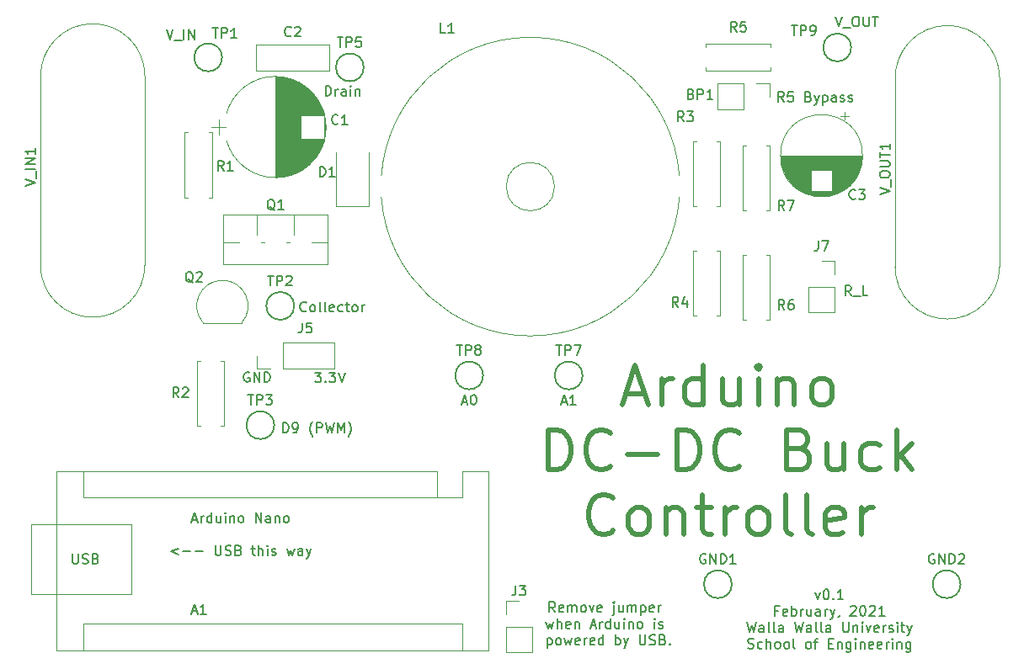
<source format=gbr>
%TF.GenerationSoftware,KiCad,Pcbnew,5.1.6+dfsg1-1*%
%TF.CreationDate,2021-03-07T16:20:00-08:00*%
%TF.ProjectId,Arduino DC-DC Converter Control Board,41726475-696e-46f2-9044-432d44432043,0.1*%
%TF.SameCoordinates,Original*%
%TF.FileFunction,Legend,Top*%
%TF.FilePolarity,Positive*%
%FSLAX46Y46*%
G04 Gerber Fmt 4.6, Leading zero omitted, Abs format (unit mm)*
G04 Created by KiCad (PCBNEW 5.1.6+dfsg1-1) date 2021-03-07 16:20:00*
%MOMM*%
%LPD*%
G01*
G04 APERTURE LIST*
%ADD10C,0.150000*%
%ADD11C,0.500000*%
%ADD12C,0.120000*%
G04 APERTURE END LIST*
D10*
X116643542Y-40457380D02*
X116310209Y-39981190D01*
X116072114Y-40457380D02*
X116072114Y-39457380D01*
X116453066Y-39457380D01*
X116548304Y-39505000D01*
X116595923Y-39552619D01*
X116643542Y-39647857D01*
X116643542Y-39790714D01*
X116595923Y-39885952D01*
X116548304Y-39933571D01*
X116453066Y-39981190D01*
X116072114Y-39981190D01*
X117548304Y-39457380D02*
X117072114Y-39457380D01*
X117024495Y-39933571D01*
X117072114Y-39885952D01*
X117167352Y-39838333D01*
X117405447Y-39838333D01*
X117500685Y-39885952D01*
X117548304Y-39933571D01*
X117595923Y-40028809D01*
X117595923Y-40266904D01*
X117548304Y-40362142D01*
X117500685Y-40409761D01*
X117405447Y-40457380D01*
X117167352Y-40457380D01*
X117072114Y-40409761D01*
X117024495Y-40362142D01*
X119119733Y-39933571D02*
X119262590Y-39981190D01*
X119310209Y-40028809D01*
X119357828Y-40124047D01*
X119357828Y-40266904D01*
X119310209Y-40362142D01*
X119262590Y-40409761D01*
X119167352Y-40457380D01*
X118786400Y-40457380D01*
X118786400Y-39457380D01*
X119119733Y-39457380D01*
X119214971Y-39505000D01*
X119262590Y-39552619D01*
X119310209Y-39647857D01*
X119310209Y-39743095D01*
X119262590Y-39838333D01*
X119214971Y-39885952D01*
X119119733Y-39933571D01*
X118786400Y-39933571D01*
X119691161Y-39790714D02*
X119929257Y-40457380D01*
X120167352Y-39790714D02*
X119929257Y-40457380D01*
X119834019Y-40695476D01*
X119786400Y-40743095D01*
X119691161Y-40790714D01*
X120548304Y-39790714D02*
X120548304Y-40790714D01*
X120548304Y-39838333D02*
X120643542Y-39790714D01*
X120834019Y-39790714D01*
X120929257Y-39838333D01*
X120976876Y-39885952D01*
X121024495Y-39981190D01*
X121024495Y-40266904D01*
X120976876Y-40362142D01*
X120929257Y-40409761D01*
X120834019Y-40457380D01*
X120643542Y-40457380D01*
X120548304Y-40409761D01*
X121881638Y-40457380D02*
X121881638Y-39933571D01*
X121834019Y-39838333D01*
X121738780Y-39790714D01*
X121548304Y-39790714D01*
X121453066Y-39838333D01*
X121881638Y-40409761D02*
X121786400Y-40457380D01*
X121548304Y-40457380D01*
X121453066Y-40409761D01*
X121405447Y-40314523D01*
X121405447Y-40219285D01*
X121453066Y-40124047D01*
X121548304Y-40076428D01*
X121786400Y-40076428D01*
X121881638Y-40028809D01*
X122310209Y-40409761D02*
X122405447Y-40457380D01*
X122595923Y-40457380D01*
X122691161Y-40409761D01*
X122738780Y-40314523D01*
X122738780Y-40266904D01*
X122691161Y-40171666D01*
X122595923Y-40124047D01*
X122453066Y-40124047D01*
X122357828Y-40076428D01*
X122310209Y-39981190D01*
X122310209Y-39933571D01*
X122357828Y-39838333D01*
X122453066Y-39790714D01*
X122595923Y-39790714D01*
X122691161Y-39838333D01*
X123119733Y-40409761D02*
X123214971Y-40457380D01*
X123405447Y-40457380D01*
X123500685Y-40409761D01*
X123548304Y-40314523D01*
X123548304Y-40266904D01*
X123500685Y-40171666D01*
X123405447Y-40124047D01*
X123262590Y-40124047D01*
X123167352Y-40076428D01*
X123119733Y-39981190D01*
X123119733Y-39933571D01*
X123167352Y-39838333D01*
X123262590Y-39790714D01*
X123405447Y-39790714D01*
X123500685Y-39838333D01*
X45113095Y-85952380D02*
X45113095Y-86761904D01*
X45160714Y-86857142D01*
X45208333Y-86904761D01*
X45303571Y-86952380D01*
X45494047Y-86952380D01*
X45589285Y-86904761D01*
X45636904Y-86857142D01*
X45684523Y-86761904D01*
X45684523Y-85952380D01*
X46113095Y-86904761D02*
X46255952Y-86952380D01*
X46494047Y-86952380D01*
X46589285Y-86904761D01*
X46636904Y-86857142D01*
X46684523Y-86761904D01*
X46684523Y-86666666D01*
X46636904Y-86571428D01*
X46589285Y-86523809D01*
X46494047Y-86476190D01*
X46303571Y-86428571D01*
X46208333Y-86380952D01*
X46160714Y-86333333D01*
X46113095Y-86238095D01*
X46113095Y-86142857D01*
X46160714Y-86047619D01*
X46208333Y-86000000D01*
X46303571Y-85952380D01*
X46541666Y-85952380D01*
X46684523Y-86000000D01*
X47446428Y-86428571D02*
X47589285Y-86476190D01*
X47636904Y-86523809D01*
X47684523Y-86619047D01*
X47684523Y-86761904D01*
X47636904Y-86857142D01*
X47589285Y-86904761D01*
X47494047Y-86952380D01*
X47113095Y-86952380D01*
X47113095Y-85952380D01*
X47446428Y-85952380D01*
X47541666Y-86000000D01*
X47589285Y-86047619D01*
X47636904Y-86142857D01*
X47636904Y-86238095D01*
X47589285Y-86333333D01*
X47541666Y-86380952D01*
X47446428Y-86428571D01*
X47113095Y-86428571D01*
X66271428Y-73752380D02*
X66271428Y-72752380D01*
X66509523Y-72752380D01*
X66652380Y-72800000D01*
X66747619Y-72895238D01*
X66795238Y-72990476D01*
X66842857Y-73180952D01*
X66842857Y-73323809D01*
X66795238Y-73514285D01*
X66747619Y-73609523D01*
X66652380Y-73704761D01*
X66509523Y-73752380D01*
X66271428Y-73752380D01*
X67319047Y-73752380D02*
X67509523Y-73752380D01*
X67604761Y-73704761D01*
X67652380Y-73657142D01*
X67747619Y-73514285D01*
X67795238Y-73323809D01*
X67795238Y-72942857D01*
X67747619Y-72847619D01*
X67700000Y-72800000D01*
X67604761Y-72752380D01*
X67414285Y-72752380D01*
X67319047Y-72800000D01*
X67271428Y-72847619D01*
X67223809Y-72942857D01*
X67223809Y-73180952D01*
X67271428Y-73276190D01*
X67319047Y-73323809D01*
X67414285Y-73371428D01*
X67604761Y-73371428D01*
X67700000Y-73323809D01*
X67747619Y-73276190D01*
X67795238Y-73180952D01*
X69271428Y-74133333D02*
X69223809Y-74085714D01*
X69128571Y-73942857D01*
X69080952Y-73847619D01*
X69033333Y-73704761D01*
X68985714Y-73466666D01*
X68985714Y-73276190D01*
X69033333Y-73038095D01*
X69080952Y-72895238D01*
X69128571Y-72800000D01*
X69223809Y-72657142D01*
X69271428Y-72609523D01*
X69652380Y-73752380D02*
X69652380Y-72752380D01*
X70033333Y-72752380D01*
X70128571Y-72800000D01*
X70176190Y-72847619D01*
X70223809Y-72942857D01*
X70223809Y-73085714D01*
X70176190Y-73180952D01*
X70128571Y-73228571D01*
X70033333Y-73276190D01*
X69652380Y-73276190D01*
X70557142Y-72752380D02*
X70795238Y-73752380D01*
X70985714Y-73038095D01*
X71176190Y-73752380D01*
X71414285Y-72752380D01*
X71795238Y-73752380D02*
X71795238Y-72752380D01*
X72128571Y-73466666D01*
X72461904Y-72752380D01*
X72461904Y-73752380D01*
X72842857Y-74133333D02*
X72890476Y-74085714D01*
X72985714Y-73942857D01*
X73033333Y-73847619D01*
X73080952Y-73704761D01*
X73128571Y-73466666D01*
X73128571Y-73276190D01*
X73080952Y-73038095D01*
X73033333Y-72895238D01*
X72985714Y-72800000D01*
X72890476Y-72657142D01*
X72842857Y-72609523D01*
X119796428Y-89860714D02*
X120034523Y-90527380D01*
X120272619Y-89860714D01*
X120844047Y-89527380D02*
X120939285Y-89527380D01*
X121034523Y-89575000D01*
X121082142Y-89622619D01*
X121129761Y-89717857D01*
X121177380Y-89908333D01*
X121177380Y-90146428D01*
X121129761Y-90336904D01*
X121082142Y-90432142D01*
X121034523Y-90479761D01*
X120939285Y-90527380D01*
X120844047Y-90527380D01*
X120748809Y-90479761D01*
X120701190Y-90432142D01*
X120653571Y-90336904D01*
X120605952Y-90146428D01*
X120605952Y-89908333D01*
X120653571Y-89717857D01*
X120701190Y-89622619D01*
X120748809Y-89575000D01*
X120844047Y-89527380D01*
X121605952Y-90432142D02*
X121653571Y-90479761D01*
X121605952Y-90527380D01*
X121558333Y-90479761D01*
X121605952Y-90432142D01*
X121605952Y-90527380D01*
X122605952Y-90527380D02*
X122034523Y-90527380D01*
X122320238Y-90527380D02*
X122320238Y-89527380D01*
X122225000Y-89670238D01*
X122129761Y-89765476D01*
X122034523Y-89813095D01*
X116058333Y-91653571D02*
X115725000Y-91653571D01*
X115725000Y-92177380D02*
X115725000Y-91177380D01*
X116201190Y-91177380D01*
X116963095Y-92129761D02*
X116867857Y-92177380D01*
X116677380Y-92177380D01*
X116582142Y-92129761D01*
X116534523Y-92034523D01*
X116534523Y-91653571D01*
X116582142Y-91558333D01*
X116677380Y-91510714D01*
X116867857Y-91510714D01*
X116963095Y-91558333D01*
X117010714Y-91653571D01*
X117010714Y-91748809D01*
X116534523Y-91844047D01*
X117439285Y-92177380D02*
X117439285Y-91177380D01*
X117439285Y-91558333D02*
X117534523Y-91510714D01*
X117725000Y-91510714D01*
X117820238Y-91558333D01*
X117867857Y-91605952D01*
X117915476Y-91701190D01*
X117915476Y-91986904D01*
X117867857Y-92082142D01*
X117820238Y-92129761D01*
X117725000Y-92177380D01*
X117534523Y-92177380D01*
X117439285Y-92129761D01*
X118344047Y-92177380D02*
X118344047Y-91510714D01*
X118344047Y-91701190D02*
X118391666Y-91605952D01*
X118439285Y-91558333D01*
X118534523Y-91510714D01*
X118629761Y-91510714D01*
X119391666Y-91510714D02*
X119391666Y-92177380D01*
X118963095Y-91510714D02*
X118963095Y-92034523D01*
X119010714Y-92129761D01*
X119105952Y-92177380D01*
X119248809Y-92177380D01*
X119344047Y-92129761D01*
X119391666Y-92082142D01*
X120296428Y-92177380D02*
X120296428Y-91653571D01*
X120248809Y-91558333D01*
X120153571Y-91510714D01*
X119963095Y-91510714D01*
X119867857Y-91558333D01*
X120296428Y-92129761D02*
X120201190Y-92177380D01*
X119963095Y-92177380D01*
X119867857Y-92129761D01*
X119820238Y-92034523D01*
X119820238Y-91939285D01*
X119867857Y-91844047D01*
X119963095Y-91796428D01*
X120201190Y-91796428D01*
X120296428Y-91748809D01*
X120772619Y-92177380D02*
X120772619Y-91510714D01*
X120772619Y-91701190D02*
X120820238Y-91605952D01*
X120867857Y-91558333D01*
X120963095Y-91510714D01*
X121058333Y-91510714D01*
X121296428Y-91510714D02*
X121534523Y-92177380D01*
X121772619Y-91510714D02*
X121534523Y-92177380D01*
X121439285Y-92415476D01*
X121391666Y-92463095D01*
X121296428Y-92510714D01*
X122201190Y-92129761D02*
X122201190Y-92177380D01*
X122153571Y-92272619D01*
X122105952Y-92320238D01*
X123344047Y-91272619D02*
X123391666Y-91225000D01*
X123486904Y-91177380D01*
X123725000Y-91177380D01*
X123820238Y-91225000D01*
X123867857Y-91272619D01*
X123915476Y-91367857D01*
X123915476Y-91463095D01*
X123867857Y-91605952D01*
X123296428Y-92177380D01*
X123915476Y-92177380D01*
X124534523Y-91177380D02*
X124629761Y-91177380D01*
X124725000Y-91225000D01*
X124772619Y-91272619D01*
X124820238Y-91367857D01*
X124867857Y-91558333D01*
X124867857Y-91796428D01*
X124820238Y-91986904D01*
X124772619Y-92082142D01*
X124725000Y-92129761D01*
X124629761Y-92177380D01*
X124534523Y-92177380D01*
X124439285Y-92129761D01*
X124391666Y-92082142D01*
X124344047Y-91986904D01*
X124296428Y-91796428D01*
X124296428Y-91558333D01*
X124344047Y-91367857D01*
X124391666Y-91272619D01*
X124439285Y-91225000D01*
X124534523Y-91177380D01*
X125248809Y-91272619D02*
X125296428Y-91225000D01*
X125391666Y-91177380D01*
X125629761Y-91177380D01*
X125725000Y-91225000D01*
X125772619Y-91272619D01*
X125820238Y-91367857D01*
X125820238Y-91463095D01*
X125772619Y-91605952D01*
X125201190Y-92177380D01*
X125820238Y-92177380D01*
X126772619Y-92177380D02*
X126201190Y-92177380D01*
X126486904Y-92177380D02*
X126486904Y-91177380D01*
X126391666Y-91320238D01*
X126296428Y-91415476D01*
X126201190Y-91463095D01*
X112963095Y-92827380D02*
X113201190Y-93827380D01*
X113391666Y-93113095D01*
X113582142Y-93827380D01*
X113820238Y-92827380D01*
X114629761Y-93827380D02*
X114629761Y-93303571D01*
X114582142Y-93208333D01*
X114486904Y-93160714D01*
X114296428Y-93160714D01*
X114201190Y-93208333D01*
X114629761Y-93779761D02*
X114534523Y-93827380D01*
X114296428Y-93827380D01*
X114201190Y-93779761D01*
X114153571Y-93684523D01*
X114153571Y-93589285D01*
X114201190Y-93494047D01*
X114296428Y-93446428D01*
X114534523Y-93446428D01*
X114629761Y-93398809D01*
X115248809Y-93827380D02*
X115153571Y-93779761D01*
X115105952Y-93684523D01*
X115105952Y-92827380D01*
X115772619Y-93827380D02*
X115677380Y-93779761D01*
X115629761Y-93684523D01*
X115629761Y-92827380D01*
X116582142Y-93827380D02*
X116582142Y-93303571D01*
X116534523Y-93208333D01*
X116439285Y-93160714D01*
X116248809Y-93160714D01*
X116153571Y-93208333D01*
X116582142Y-93779761D02*
X116486904Y-93827380D01*
X116248809Y-93827380D01*
X116153571Y-93779761D01*
X116105952Y-93684523D01*
X116105952Y-93589285D01*
X116153571Y-93494047D01*
X116248809Y-93446428D01*
X116486904Y-93446428D01*
X116582142Y-93398809D01*
X117725000Y-92827380D02*
X117963095Y-93827380D01*
X118153571Y-93113095D01*
X118344047Y-93827380D01*
X118582142Y-92827380D01*
X119391666Y-93827380D02*
X119391666Y-93303571D01*
X119344047Y-93208333D01*
X119248809Y-93160714D01*
X119058333Y-93160714D01*
X118963095Y-93208333D01*
X119391666Y-93779761D02*
X119296428Y-93827380D01*
X119058333Y-93827380D01*
X118963095Y-93779761D01*
X118915476Y-93684523D01*
X118915476Y-93589285D01*
X118963095Y-93494047D01*
X119058333Y-93446428D01*
X119296428Y-93446428D01*
X119391666Y-93398809D01*
X120010714Y-93827380D02*
X119915476Y-93779761D01*
X119867857Y-93684523D01*
X119867857Y-92827380D01*
X120534523Y-93827380D02*
X120439285Y-93779761D01*
X120391666Y-93684523D01*
X120391666Y-92827380D01*
X121344047Y-93827380D02*
X121344047Y-93303571D01*
X121296428Y-93208333D01*
X121201190Y-93160714D01*
X121010714Y-93160714D01*
X120915476Y-93208333D01*
X121344047Y-93779761D02*
X121248809Y-93827380D01*
X121010714Y-93827380D01*
X120915476Y-93779761D01*
X120867857Y-93684523D01*
X120867857Y-93589285D01*
X120915476Y-93494047D01*
X121010714Y-93446428D01*
X121248809Y-93446428D01*
X121344047Y-93398809D01*
X122582142Y-92827380D02*
X122582142Y-93636904D01*
X122629761Y-93732142D01*
X122677380Y-93779761D01*
X122772619Y-93827380D01*
X122963095Y-93827380D01*
X123058333Y-93779761D01*
X123105952Y-93732142D01*
X123153571Y-93636904D01*
X123153571Y-92827380D01*
X123629761Y-93160714D02*
X123629761Y-93827380D01*
X123629761Y-93255952D02*
X123677380Y-93208333D01*
X123772619Y-93160714D01*
X123915476Y-93160714D01*
X124010714Y-93208333D01*
X124058333Y-93303571D01*
X124058333Y-93827380D01*
X124534523Y-93827380D02*
X124534523Y-93160714D01*
X124534523Y-92827380D02*
X124486904Y-92875000D01*
X124534523Y-92922619D01*
X124582142Y-92875000D01*
X124534523Y-92827380D01*
X124534523Y-92922619D01*
X124915476Y-93160714D02*
X125153571Y-93827380D01*
X125391666Y-93160714D01*
X126153571Y-93779761D02*
X126058333Y-93827380D01*
X125867857Y-93827380D01*
X125772619Y-93779761D01*
X125724999Y-93684523D01*
X125724999Y-93303571D01*
X125772619Y-93208333D01*
X125867857Y-93160714D01*
X126058333Y-93160714D01*
X126153571Y-93208333D01*
X126201190Y-93303571D01*
X126201190Y-93398809D01*
X125724999Y-93494047D01*
X126629761Y-93827380D02*
X126629761Y-93160714D01*
X126629761Y-93351190D02*
X126677380Y-93255952D01*
X126724999Y-93208333D01*
X126820238Y-93160714D01*
X126915476Y-93160714D01*
X127201190Y-93779761D02*
X127296428Y-93827380D01*
X127486904Y-93827380D01*
X127582142Y-93779761D01*
X127629761Y-93684523D01*
X127629761Y-93636904D01*
X127582142Y-93541666D01*
X127486904Y-93494047D01*
X127344047Y-93494047D01*
X127248809Y-93446428D01*
X127201190Y-93351190D01*
X127201190Y-93303571D01*
X127248809Y-93208333D01*
X127344047Y-93160714D01*
X127486904Y-93160714D01*
X127582142Y-93208333D01*
X128058333Y-93827380D02*
X128058333Y-93160714D01*
X128058333Y-92827380D02*
X128010714Y-92875000D01*
X128058333Y-92922619D01*
X128105952Y-92875000D01*
X128058333Y-92827380D01*
X128058333Y-92922619D01*
X128391666Y-93160714D02*
X128772619Y-93160714D01*
X128534523Y-92827380D02*
X128534523Y-93684523D01*
X128582142Y-93779761D01*
X128677380Y-93827380D01*
X128772619Y-93827380D01*
X129010714Y-93160714D02*
X129248809Y-93827380D01*
X129486904Y-93160714D02*
X129248809Y-93827380D01*
X129153571Y-94065476D01*
X129105952Y-94113095D01*
X129010714Y-94160714D01*
X113034523Y-95429761D02*
X113177380Y-95477380D01*
X113415476Y-95477380D01*
X113510714Y-95429761D01*
X113558333Y-95382142D01*
X113605952Y-95286904D01*
X113605952Y-95191666D01*
X113558333Y-95096428D01*
X113510714Y-95048809D01*
X113415476Y-95001190D01*
X113225000Y-94953571D01*
X113129761Y-94905952D01*
X113082142Y-94858333D01*
X113034523Y-94763095D01*
X113034523Y-94667857D01*
X113082142Y-94572619D01*
X113129761Y-94525000D01*
X113225000Y-94477380D01*
X113463095Y-94477380D01*
X113605952Y-94525000D01*
X114463095Y-95429761D02*
X114367857Y-95477380D01*
X114177380Y-95477380D01*
X114082142Y-95429761D01*
X114034523Y-95382142D01*
X113986904Y-95286904D01*
X113986904Y-95001190D01*
X114034523Y-94905952D01*
X114082142Y-94858333D01*
X114177380Y-94810714D01*
X114367857Y-94810714D01*
X114463095Y-94858333D01*
X114891666Y-95477380D02*
X114891666Y-94477380D01*
X115320238Y-95477380D02*
X115320238Y-94953571D01*
X115272619Y-94858333D01*
X115177380Y-94810714D01*
X115034523Y-94810714D01*
X114939285Y-94858333D01*
X114891666Y-94905952D01*
X115939285Y-95477380D02*
X115844047Y-95429761D01*
X115796428Y-95382142D01*
X115748809Y-95286904D01*
X115748809Y-95001190D01*
X115796428Y-94905952D01*
X115844047Y-94858333D01*
X115939285Y-94810714D01*
X116082142Y-94810714D01*
X116177380Y-94858333D01*
X116224999Y-94905952D01*
X116272619Y-95001190D01*
X116272619Y-95286904D01*
X116224999Y-95382142D01*
X116177380Y-95429761D01*
X116082142Y-95477380D01*
X115939285Y-95477380D01*
X116844047Y-95477380D02*
X116748809Y-95429761D01*
X116701190Y-95382142D01*
X116653571Y-95286904D01*
X116653571Y-95001190D01*
X116701190Y-94905952D01*
X116748809Y-94858333D01*
X116844047Y-94810714D01*
X116986904Y-94810714D01*
X117082142Y-94858333D01*
X117129761Y-94905952D01*
X117177380Y-95001190D01*
X117177380Y-95286904D01*
X117129761Y-95382142D01*
X117082142Y-95429761D01*
X116986904Y-95477380D01*
X116844047Y-95477380D01*
X117748809Y-95477380D02*
X117653571Y-95429761D01*
X117605952Y-95334523D01*
X117605952Y-94477380D01*
X119034523Y-95477380D02*
X118939285Y-95429761D01*
X118891666Y-95382142D01*
X118844047Y-95286904D01*
X118844047Y-95001190D01*
X118891666Y-94905952D01*
X118939285Y-94858333D01*
X119034523Y-94810714D01*
X119177380Y-94810714D01*
X119272619Y-94858333D01*
X119320238Y-94905952D01*
X119367857Y-95001190D01*
X119367857Y-95286904D01*
X119320238Y-95382142D01*
X119272619Y-95429761D01*
X119177380Y-95477380D01*
X119034523Y-95477380D01*
X119653571Y-94810714D02*
X120034523Y-94810714D01*
X119796428Y-95477380D02*
X119796428Y-94620238D01*
X119844047Y-94525000D01*
X119939285Y-94477380D01*
X120034523Y-94477380D01*
X121129761Y-94953571D02*
X121463095Y-94953571D01*
X121605952Y-95477380D02*
X121129761Y-95477380D01*
X121129761Y-94477380D01*
X121605952Y-94477380D01*
X122034523Y-94810714D02*
X122034523Y-95477380D01*
X122034523Y-94905952D02*
X122082142Y-94858333D01*
X122177380Y-94810714D01*
X122320238Y-94810714D01*
X122415476Y-94858333D01*
X122463095Y-94953571D01*
X122463095Y-95477380D01*
X123367857Y-94810714D02*
X123367857Y-95620238D01*
X123320238Y-95715476D01*
X123272619Y-95763095D01*
X123177380Y-95810714D01*
X123034523Y-95810714D01*
X122939285Y-95763095D01*
X123367857Y-95429761D02*
X123272619Y-95477380D01*
X123082142Y-95477380D01*
X122986904Y-95429761D01*
X122939285Y-95382142D01*
X122891666Y-95286904D01*
X122891666Y-95001190D01*
X122939285Y-94905952D01*
X122986904Y-94858333D01*
X123082142Y-94810714D01*
X123272619Y-94810714D01*
X123367857Y-94858333D01*
X123844047Y-95477380D02*
X123844047Y-94810714D01*
X123844047Y-94477380D02*
X123796428Y-94525000D01*
X123844047Y-94572619D01*
X123891666Y-94525000D01*
X123844047Y-94477380D01*
X123844047Y-94572619D01*
X124320238Y-94810714D02*
X124320238Y-95477380D01*
X124320238Y-94905952D02*
X124367857Y-94858333D01*
X124463095Y-94810714D01*
X124605952Y-94810714D01*
X124701190Y-94858333D01*
X124748809Y-94953571D01*
X124748809Y-95477380D01*
X125605952Y-95429761D02*
X125510714Y-95477380D01*
X125320238Y-95477380D01*
X125225000Y-95429761D01*
X125177380Y-95334523D01*
X125177380Y-94953571D01*
X125225000Y-94858333D01*
X125320238Y-94810714D01*
X125510714Y-94810714D01*
X125605952Y-94858333D01*
X125653571Y-94953571D01*
X125653571Y-95048809D01*
X125177380Y-95144047D01*
X126463095Y-95429761D02*
X126367857Y-95477380D01*
X126177380Y-95477380D01*
X126082142Y-95429761D01*
X126034523Y-95334523D01*
X126034523Y-94953571D01*
X126082142Y-94858333D01*
X126177380Y-94810714D01*
X126367857Y-94810714D01*
X126463095Y-94858333D01*
X126510714Y-94953571D01*
X126510714Y-95048809D01*
X126034523Y-95144047D01*
X126939285Y-95477380D02*
X126939285Y-94810714D01*
X126939285Y-95001190D02*
X126986904Y-94905952D01*
X127034523Y-94858333D01*
X127129761Y-94810714D01*
X127224999Y-94810714D01*
X127558333Y-95477380D02*
X127558333Y-94810714D01*
X127558333Y-94477380D02*
X127510714Y-94525000D01*
X127558333Y-94572619D01*
X127605952Y-94525000D01*
X127558333Y-94477380D01*
X127558333Y-94572619D01*
X128034523Y-94810714D02*
X128034523Y-95477380D01*
X128034523Y-94905952D02*
X128082142Y-94858333D01*
X128177380Y-94810714D01*
X128320238Y-94810714D01*
X128415476Y-94858333D01*
X128463095Y-94953571D01*
X128463095Y-95477380D01*
X129367857Y-94810714D02*
X129367857Y-95620238D01*
X129320238Y-95715476D01*
X129272619Y-95763095D01*
X129177380Y-95810714D01*
X129034523Y-95810714D01*
X128939285Y-95763095D01*
X129367857Y-95429761D02*
X129272619Y-95477380D01*
X129082142Y-95477380D01*
X128986904Y-95429761D01*
X128939285Y-95382142D01*
X128891666Y-95286904D01*
X128891666Y-95001190D01*
X128939285Y-94905952D01*
X128986904Y-94858333D01*
X129082142Y-94810714D01*
X129272619Y-94810714D01*
X129367857Y-94858333D01*
D11*
X100744047Y-69841666D02*
X102648809Y-69841666D01*
X100363095Y-70984523D02*
X101696428Y-66984523D01*
X103029761Y-70984523D01*
X104363095Y-70984523D02*
X104363095Y-68317857D01*
X104363095Y-69079761D02*
X104553571Y-68698809D01*
X104744047Y-68508333D01*
X105125000Y-68317857D01*
X105505952Y-68317857D01*
X108553571Y-70984523D02*
X108553571Y-66984523D01*
X108553571Y-70794047D02*
X108172619Y-70984523D01*
X107410714Y-70984523D01*
X107029761Y-70794047D01*
X106839285Y-70603571D01*
X106648809Y-70222619D01*
X106648809Y-69079761D01*
X106839285Y-68698809D01*
X107029761Y-68508333D01*
X107410714Y-68317857D01*
X108172619Y-68317857D01*
X108553571Y-68508333D01*
X112172619Y-68317857D02*
X112172619Y-70984523D01*
X110458333Y-68317857D02*
X110458333Y-70413095D01*
X110648809Y-70794047D01*
X111029761Y-70984523D01*
X111601190Y-70984523D01*
X111982142Y-70794047D01*
X112172619Y-70603571D01*
X114077380Y-70984523D02*
X114077380Y-68317857D01*
X114077380Y-66984523D02*
X113886904Y-67175000D01*
X114077380Y-67365476D01*
X114267857Y-67175000D01*
X114077380Y-66984523D01*
X114077380Y-67365476D01*
X115982142Y-68317857D02*
X115982142Y-70984523D01*
X115982142Y-68698809D02*
X116172619Y-68508333D01*
X116553571Y-68317857D01*
X117125000Y-68317857D01*
X117505952Y-68508333D01*
X117696428Y-68889285D01*
X117696428Y-70984523D01*
X120172619Y-70984523D02*
X119791666Y-70794047D01*
X119601190Y-70603571D01*
X119410714Y-70222619D01*
X119410714Y-69079761D01*
X119601190Y-68698809D01*
X119791666Y-68508333D01*
X120172619Y-68317857D01*
X120744047Y-68317857D01*
X121125000Y-68508333D01*
X121315476Y-68698809D01*
X121505952Y-69079761D01*
X121505952Y-70222619D01*
X121315476Y-70603571D01*
X121125000Y-70794047D01*
X120744047Y-70984523D01*
X120172619Y-70984523D01*
X92934523Y-77484523D02*
X92934523Y-73484523D01*
X93886904Y-73484523D01*
X94458333Y-73675000D01*
X94839285Y-74055952D01*
X95029761Y-74436904D01*
X95220238Y-75198809D01*
X95220238Y-75770238D01*
X95029761Y-76532142D01*
X94839285Y-76913095D01*
X94458333Y-77294047D01*
X93886904Y-77484523D01*
X92934523Y-77484523D01*
X99220238Y-77103571D02*
X99029761Y-77294047D01*
X98458333Y-77484523D01*
X98077380Y-77484523D01*
X97505952Y-77294047D01*
X97125000Y-76913095D01*
X96934523Y-76532142D01*
X96744047Y-75770238D01*
X96744047Y-75198809D01*
X96934523Y-74436904D01*
X97125000Y-74055952D01*
X97505952Y-73675000D01*
X98077380Y-73484523D01*
X98458333Y-73484523D01*
X99029761Y-73675000D01*
X99220238Y-73865476D01*
X100934523Y-75960714D02*
X103982142Y-75960714D01*
X105886904Y-77484523D02*
X105886904Y-73484523D01*
X106839285Y-73484523D01*
X107410714Y-73675000D01*
X107791666Y-74055952D01*
X107982142Y-74436904D01*
X108172619Y-75198809D01*
X108172619Y-75770238D01*
X107982142Y-76532142D01*
X107791666Y-76913095D01*
X107410714Y-77294047D01*
X106839285Y-77484523D01*
X105886904Y-77484523D01*
X112172619Y-77103571D02*
X111982142Y-77294047D01*
X111410714Y-77484523D01*
X111029761Y-77484523D01*
X110458333Y-77294047D01*
X110077380Y-76913095D01*
X109886904Y-76532142D01*
X109696428Y-75770238D01*
X109696428Y-75198809D01*
X109886904Y-74436904D01*
X110077380Y-74055952D01*
X110458333Y-73675000D01*
X111029761Y-73484523D01*
X111410714Y-73484523D01*
X111982142Y-73675000D01*
X112172619Y-73865476D01*
X118267857Y-75389285D02*
X118839285Y-75579761D01*
X119029761Y-75770238D01*
X119220238Y-76151190D01*
X119220238Y-76722619D01*
X119029761Y-77103571D01*
X118839285Y-77294047D01*
X118458333Y-77484523D01*
X116934523Y-77484523D01*
X116934523Y-73484523D01*
X118267857Y-73484523D01*
X118648809Y-73675000D01*
X118839285Y-73865476D01*
X119029761Y-74246428D01*
X119029761Y-74627380D01*
X118839285Y-75008333D01*
X118648809Y-75198809D01*
X118267857Y-75389285D01*
X116934523Y-75389285D01*
X122648809Y-74817857D02*
X122648809Y-77484523D01*
X120934523Y-74817857D02*
X120934523Y-76913095D01*
X121125000Y-77294047D01*
X121505952Y-77484523D01*
X122077380Y-77484523D01*
X122458333Y-77294047D01*
X122648809Y-77103571D01*
X126267857Y-77294047D02*
X125886904Y-77484523D01*
X125125000Y-77484523D01*
X124744047Y-77294047D01*
X124553571Y-77103571D01*
X124363095Y-76722619D01*
X124363095Y-75579761D01*
X124553571Y-75198809D01*
X124744047Y-75008333D01*
X125125000Y-74817857D01*
X125886904Y-74817857D01*
X126267857Y-75008333D01*
X127982142Y-77484523D02*
X127982142Y-73484523D01*
X128363095Y-75960714D02*
X129505952Y-77484523D01*
X129505952Y-74817857D02*
X127982142Y-76341666D01*
X99505952Y-83603571D02*
X99315476Y-83794047D01*
X98744047Y-83984523D01*
X98363095Y-83984523D01*
X97791666Y-83794047D01*
X97410714Y-83413095D01*
X97220238Y-83032142D01*
X97029761Y-82270238D01*
X97029761Y-81698809D01*
X97220238Y-80936904D01*
X97410714Y-80555952D01*
X97791666Y-80175000D01*
X98363095Y-79984523D01*
X98744047Y-79984523D01*
X99315476Y-80175000D01*
X99505952Y-80365476D01*
X101791666Y-83984523D02*
X101410714Y-83794047D01*
X101220238Y-83603571D01*
X101029761Y-83222619D01*
X101029761Y-82079761D01*
X101220238Y-81698809D01*
X101410714Y-81508333D01*
X101791666Y-81317857D01*
X102363095Y-81317857D01*
X102744047Y-81508333D01*
X102934523Y-81698809D01*
X103125000Y-82079761D01*
X103125000Y-83222619D01*
X102934523Y-83603571D01*
X102744047Y-83794047D01*
X102363095Y-83984523D01*
X101791666Y-83984523D01*
X104839285Y-81317857D02*
X104839285Y-83984523D01*
X104839285Y-81698809D02*
X105029761Y-81508333D01*
X105410714Y-81317857D01*
X105982142Y-81317857D01*
X106363095Y-81508333D01*
X106553571Y-81889285D01*
X106553571Y-83984523D01*
X107886904Y-81317857D02*
X109410714Y-81317857D01*
X108458333Y-79984523D02*
X108458333Y-83413095D01*
X108648809Y-83794047D01*
X109029761Y-83984523D01*
X109410714Y-83984523D01*
X110744047Y-83984523D02*
X110744047Y-81317857D01*
X110744047Y-82079761D02*
X110934523Y-81698809D01*
X111125000Y-81508333D01*
X111505952Y-81317857D01*
X111886904Y-81317857D01*
X113791666Y-83984523D02*
X113410714Y-83794047D01*
X113220238Y-83603571D01*
X113029761Y-83222619D01*
X113029761Y-82079761D01*
X113220238Y-81698809D01*
X113410714Y-81508333D01*
X113791666Y-81317857D01*
X114363095Y-81317857D01*
X114744047Y-81508333D01*
X114934523Y-81698809D01*
X115125000Y-82079761D01*
X115125000Y-83222619D01*
X114934523Y-83603571D01*
X114744047Y-83794047D01*
X114363095Y-83984523D01*
X113791666Y-83984523D01*
X117410714Y-83984523D02*
X117029761Y-83794047D01*
X116839285Y-83413095D01*
X116839285Y-79984523D01*
X119505952Y-83984523D02*
X119125000Y-83794047D01*
X118934523Y-83413095D01*
X118934523Y-79984523D01*
X122553571Y-83794047D02*
X122172619Y-83984523D01*
X121410714Y-83984523D01*
X121029761Y-83794047D01*
X120839285Y-83413095D01*
X120839285Y-81889285D01*
X121029761Y-81508333D01*
X121410714Y-81317857D01*
X122172619Y-81317857D01*
X122553571Y-81508333D01*
X122744047Y-81889285D01*
X122744047Y-82270238D01*
X120839285Y-82651190D01*
X124458333Y-83984523D02*
X124458333Y-81317857D01*
X124458333Y-82079761D02*
X124648809Y-81698809D01*
X124839285Y-81508333D01*
X125220238Y-81317857D01*
X125601190Y-81317857D01*
D10*
X123398809Y-59952380D02*
X123065476Y-59476190D01*
X122827380Y-59952380D02*
X122827380Y-58952380D01*
X123208333Y-58952380D01*
X123303571Y-59000000D01*
X123351190Y-59047619D01*
X123398809Y-59142857D01*
X123398809Y-59285714D01*
X123351190Y-59380952D01*
X123303571Y-59428571D01*
X123208333Y-59476190D01*
X122827380Y-59476190D01*
X123589285Y-60047619D02*
X124351190Y-60047619D01*
X125065476Y-59952380D02*
X124589285Y-59952380D01*
X124589285Y-58952380D01*
X121834542Y-31888180D02*
X122167876Y-32888180D01*
X122501209Y-31888180D01*
X122596447Y-32983419D02*
X123358352Y-32983419D01*
X123786923Y-31888180D02*
X123977400Y-31888180D01*
X124072638Y-31935800D01*
X124167876Y-32031038D01*
X124215495Y-32221514D01*
X124215495Y-32554847D01*
X124167876Y-32745323D01*
X124072638Y-32840561D01*
X123977400Y-32888180D01*
X123786923Y-32888180D01*
X123691685Y-32840561D01*
X123596447Y-32745323D01*
X123548828Y-32554847D01*
X123548828Y-32221514D01*
X123596447Y-32031038D01*
X123691685Y-31935800D01*
X123786923Y-31888180D01*
X124644066Y-31888180D02*
X124644066Y-32697704D01*
X124691685Y-32792942D01*
X124739304Y-32840561D01*
X124834542Y-32888180D01*
X125025019Y-32888180D01*
X125120257Y-32840561D01*
X125167876Y-32792942D01*
X125215495Y-32697704D01*
X125215495Y-31888180D01*
X125548828Y-31888180D02*
X126120257Y-31888180D01*
X125834542Y-32888180D02*
X125834542Y-31888180D01*
X54556209Y-33208980D02*
X54889542Y-34208980D01*
X55222876Y-33208980D01*
X55318114Y-34304219D02*
X56080019Y-34304219D01*
X56318114Y-34208980D02*
X56318114Y-33208980D01*
X56794304Y-34208980D02*
X56794304Y-33208980D01*
X57365733Y-34208980D01*
X57365733Y-33208980D01*
X68628571Y-61482142D02*
X68580952Y-61529761D01*
X68438095Y-61577380D01*
X68342857Y-61577380D01*
X68200000Y-61529761D01*
X68104761Y-61434523D01*
X68057142Y-61339285D01*
X68009523Y-61148809D01*
X68009523Y-61005952D01*
X68057142Y-60815476D01*
X68104761Y-60720238D01*
X68200000Y-60625000D01*
X68342857Y-60577380D01*
X68438095Y-60577380D01*
X68580952Y-60625000D01*
X68628571Y-60672619D01*
X69200000Y-61577380D02*
X69104761Y-61529761D01*
X69057142Y-61482142D01*
X69009523Y-61386904D01*
X69009523Y-61101190D01*
X69057142Y-61005952D01*
X69104761Y-60958333D01*
X69200000Y-60910714D01*
X69342857Y-60910714D01*
X69438095Y-60958333D01*
X69485714Y-61005952D01*
X69533333Y-61101190D01*
X69533333Y-61386904D01*
X69485714Y-61482142D01*
X69438095Y-61529761D01*
X69342857Y-61577380D01*
X69200000Y-61577380D01*
X70104761Y-61577380D02*
X70009523Y-61529761D01*
X69961904Y-61434523D01*
X69961904Y-60577380D01*
X70628571Y-61577380D02*
X70533333Y-61529761D01*
X70485714Y-61434523D01*
X70485714Y-60577380D01*
X71390476Y-61529761D02*
X71295238Y-61577380D01*
X71104761Y-61577380D01*
X71009523Y-61529761D01*
X70961904Y-61434523D01*
X70961904Y-61053571D01*
X71009523Y-60958333D01*
X71104761Y-60910714D01*
X71295238Y-60910714D01*
X71390476Y-60958333D01*
X71438095Y-61053571D01*
X71438095Y-61148809D01*
X70961904Y-61244047D01*
X72295238Y-61529761D02*
X72200000Y-61577380D01*
X72009523Y-61577380D01*
X71914285Y-61529761D01*
X71866666Y-61482142D01*
X71819047Y-61386904D01*
X71819047Y-61101190D01*
X71866666Y-61005952D01*
X71914285Y-60958333D01*
X72009523Y-60910714D01*
X72200000Y-60910714D01*
X72295238Y-60958333D01*
X72580952Y-60910714D02*
X72961904Y-60910714D01*
X72723809Y-60577380D02*
X72723809Y-61434523D01*
X72771428Y-61529761D01*
X72866666Y-61577380D01*
X72961904Y-61577380D01*
X73438095Y-61577380D02*
X73342857Y-61529761D01*
X73295238Y-61482142D01*
X73247619Y-61386904D01*
X73247619Y-61101190D01*
X73295238Y-61005952D01*
X73342857Y-60958333D01*
X73438095Y-60910714D01*
X73580952Y-60910714D01*
X73676190Y-60958333D01*
X73723809Y-61005952D01*
X73771428Y-61101190D01*
X73771428Y-61386904D01*
X73723809Y-61482142D01*
X73676190Y-61529761D01*
X73580952Y-61577380D01*
X73438095Y-61577380D01*
X74199999Y-61577380D02*
X74199999Y-60910714D01*
X74199999Y-61101190D02*
X74247619Y-61005952D01*
X74295238Y-60958333D01*
X74390476Y-60910714D01*
X74485714Y-60910714D01*
X70560714Y-39852380D02*
X70560714Y-38852380D01*
X70798809Y-38852380D01*
X70941666Y-38900000D01*
X71036904Y-38995238D01*
X71084523Y-39090476D01*
X71132142Y-39280952D01*
X71132142Y-39423809D01*
X71084523Y-39614285D01*
X71036904Y-39709523D01*
X70941666Y-39804761D01*
X70798809Y-39852380D01*
X70560714Y-39852380D01*
X71560714Y-39852380D02*
X71560714Y-39185714D01*
X71560714Y-39376190D02*
X71608333Y-39280952D01*
X71655952Y-39233333D01*
X71751190Y-39185714D01*
X71846428Y-39185714D01*
X72608333Y-39852380D02*
X72608333Y-39328571D01*
X72560714Y-39233333D01*
X72465476Y-39185714D01*
X72275000Y-39185714D01*
X72179761Y-39233333D01*
X72608333Y-39804761D02*
X72513095Y-39852380D01*
X72275000Y-39852380D01*
X72179761Y-39804761D01*
X72132142Y-39709523D01*
X72132142Y-39614285D01*
X72179761Y-39519047D01*
X72275000Y-39471428D01*
X72513095Y-39471428D01*
X72608333Y-39423809D01*
X73084523Y-39852380D02*
X73084523Y-39185714D01*
X73084523Y-38852380D02*
X73036904Y-38900000D01*
X73084523Y-38947619D01*
X73132142Y-38900000D01*
X73084523Y-38852380D01*
X73084523Y-38947619D01*
X73560714Y-39185714D02*
X73560714Y-39852380D01*
X73560714Y-39280952D02*
X73608333Y-39233333D01*
X73703571Y-39185714D01*
X73846428Y-39185714D01*
X73941666Y-39233333D01*
X73989285Y-39328571D01*
X73989285Y-39852380D01*
X62888095Y-67700000D02*
X62792857Y-67652380D01*
X62650000Y-67652380D01*
X62507142Y-67700000D01*
X62411904Y-67795238D01*
X62364285Y-67890476D01*
X62316666Y-68080952D01*
X62316666Y-68223809D01*
X62364285Y-68414285D01*
X62411904Y-68509523D01*
X62507142Y-68604761D01*
X62650000Y-68652380D01*
X62745238Y-68652380D01*
X62888095Y-68604761D01*
X62935714Y-68557142D01*
X62935714Y-68223809D01*
X62745238Y-68223809D01*
X63364285Y-68652380D02*
X63364285Y-67652380D01*
X63935714Y-68652380D01*
X63935714Y-67652380D01*
X64411904Y-68652380D02*
X64411904Y-67652380D01*
X64650000Y-67652380D01*
X64792857Y-67700000D01*
X64888095Y-67795238D01*
X64935714Y-67890476D01*
X64983333Y-68080952D01*
X64983333Y-68223809D01*
X64935714Y-68414285D01*
X64888095Y-68509523D01*
X64792857Y-68604761D01*
X64650000Y-68652380D01*
X64411904Y-68652380D01*
X69498809Y-67702380D02*
X70117857Y-67702380D01*
X69784523Y-68083333D01*
X69927380Y-68083333D01*
X70022619Y-68130952D01*
X70070238Y-68178571D01*
X70117857Y-68273809D01*
X70117857Y-68511904D01*
X70070238Y-68607142D01*
X70022619Y-68654761D01*
X69927380Y-68702380D01*
X69641666Y-68702380D01*
X69546428Y-68654761D01*
X69498809Y-68607142D01*
X70546428Y-68607142D02*
X70594047Y-68654761D01*
X70546428Y-68702380D01*
X70498809Y-68654761D01*
X70546428Y-68607142D01*
X70546428Y-68702380D01*
X70927380Y-67702380D02*
X71546428Y-67702380D01*
X71213095Y-68083333D01*
X71355952Y-68083333D01*
X71451190Y-68130952D01*
X71498809Y-68178571D01*
X71546428Y-68273809D01*
X71546428Y-68511904D01*
X71498809Y-68607142D01*
X71451190Y-68654761D01*
X71355952Y-68702380D01*
X71070238Y-68702380D01*
X70975000Y-68654761D01*
X70927380Y-68607142D01*
X71832142Y-67702380D02*
X72165476Y-68702380D01*
X72498809Y-67702380D01*
X94285714Y-70666666D02*
X94761904Y-70666666D01*
X94190476Y-70952380D02*
X94523809Y-69952380D01*
X94857142Y-70952380D01*
X95714285Y-70952380D02*
X95142857Y-70952380D01*
X95428571Y-70952380D02*
X95428571Y-69952380D01*
X95333333Y-70095238D01*
X95238095Y-70190476D01*
X95142857Y-70238095D01*
X84285714Y-70666666D02*
X84761904Y-70666666D01*
X84190476Y-70952380D02*
X84523809Y-69952380D01*
X84857142Y-70952380D01*
X85380952Y-69952380D02*
X85476190Y-69952380D01*
X85571428Y-70000000D01*
X85619047Y-70047619D01*
X85666666Y-70142857D01*
X85714285Y-70333333D01*
X85714285Y-70571428D01*
X85666666Y-70761904D01*
X85619047Y-70857142D01*
X85571428Y-70904761D01*
X85476190Y-70952380D01*
X85380952Y-70952380D01*
X85285714Y-70904761D01*
X85238095Y-70857142D01*
X85190476Y-70761904D01*
X85142857Y-70571428D01*
X85142857Y-70333333D01*
X85190476Y-70142857D01*
X85238095Y-70047619D01*
X85285714Y-70000000D01*
X85380952Y-69952380D01*
X93642857Y-91802380D02*
X93309523Y-91326190D01*
X93071428Y-91802380D02*
X93071428Y-90802380D01*
X93452380Y-90802380D01*
X93547619Y-90850000D01*
X93595238Y-90897619D01*
X93642857Y-90992857D01*
X93642857Y-91135714D01*
X93595238Y-91230952D01*
X93547619Y-91278571D01*
X93452380Y-91326190D01*
X93071428Y-91326190D01*
X94452380Y-91754761D02*
X94357142Y-91802380D01*
X94166666Y-91802380D01*
X94071428Y-91754761D01*
X94023809Y-91659523D01*
X94023809Y-91278571D01*
X94071428Y-91183333D01*
X94166666Y-91135714D01*
X94357142Y-91135714D01*
X94452380Y-91183333D01*
X94500000Y-91278571D01*
X94500000Y-91373809D01*
X94023809Y-91469047D01*
X94928571Y-91802380D02*
X94928571Y-91135714D01*
X94928571Y-91230952D02*
X94976190Y-91183333D01*
X95071428Y-91135714D01*
X95214285Y-91135714D01*
X95309523Y-91183333D01*
X95357142Y-91278571D01*
X95357142Y-91802380D01*
X95357142Y-91278571D02*
X95404761Y-91183333D01*
X95500000Y-91135714D01*
X95642857Y-91135714D01*
X95738095Y-91183333D01*
X95785714Y-91278571D01*
X95785714Y-91802380D01*
X96404761Y-91802380D02*
X96309523Y-91754761D01*
X96261904Y-91707142D01*
X96214285Y-91611904D01*
X96214285Y-91326190D01*
X96261904Y-91230952D01*
X96309523Y-91183333D01*
X96404761Y-91135714D01*
X96547619Y-91135714D01*
X96642857Y-91183333D01*
X96690476Y-91230952D01*
X96738095Y-91326190D01*
X96738095Y-91611904D01*
X96690476Y-91707142D01*
X96642857Y-91754761D01*
X96547619Y-91802380D01*
X96404761Y-91802380D01*
X97071428Y-91135714D02*
X97309523Y-91802380D01*
X97547619Y-91135714D01*
X98309523Y-91754761D02*
X98214285Y-91802380D01*
X98023809Y-91802380D01*
X97928571Y-91754761D01*
X97880952Y-91659523D01*
X97880952Y-91278571D01*
X97928571Y-91183333D01*
X98023809Y-91135714D01*
X98214285Y-91135714D01*
X98309523Y-91183333D01*
X98357142Y-91278571D01*
X98357142Y-91373809D01*
X97880952Y-91469047D01*
X99547619Y-91135714D02*
X99547619Y-91992857D01*
X99500000Y-92088095D01*
X99404761Y-92135714D01*
X99357142Y-92135714D01*
X99547619Y-90802380D02*
X99500000Y-90850000D01*
X99547619Y-90897619D01*
X99595238Y-90850000D01*
X99547619Y-90802380D01*
X99547619Y-90897619D01*
X100452380Y-91135714D02*
X100452380Y-91802380D01*
X100023809Y-91135714D02*
X100023809Y-91659523D01*
X100071428Y-91754761D01*
X100166666Y-91802380D01*
X100309523Y-91802380D01*
X100404761Y-91754761D01*
X100452380Y-91707142D01*
X100928571Y-91802380D02*
X100928571Y-91135714D01*
X100928571Y-91230952D02*
X100976190Y-91183333D01*
X101071428Y-91135714D01*
X101214285Y-91135714D01*
X101309523Y-91183333D01*
X101357142Y-91278571D01*
X101357142Y-91802380D01*
X101357142Y-91278571D02*
X101404761Y-91183333D01*
X101500000Y-91135714D01*
X101642857Y-91135714D01*
X101738095Y-91183333D01*
X101785714Y-91278571D01*
X101785714Y-91802380D01*
X102261904Y-91135714D02*
X102261904Y-92135714D01*
X102261904Y-91183333D02*
X102357142Y-91135714D01*
X102547619Y-91135714D01*
X102642857Y-91183333D01*
X102690476Y-91230952D01*
X102738095Y-91326190D01*
X102738095Y-91611904D01*
X102690476Y-91707142D01*
X102642857Y-91754761D01*
X102547619Y-91802380D01*
X102357142Y-91802380D01*
X102261904Y-91754761D01*
X103547619Y-91754761D02*
X103452380Y-91802380D01*
X103261904Y-91802380D01*
X103166666Y-91754761D01*
X103119047Y-91659523D01*
X103119047Y-91278571D01*
X103166666Y-91183333D01*
X103261904Y-91135714D01*
X103452380Y-91135714D01*
X103547619Y-91183333D01*
X103595238Y-91278571D01*
X103595238Y-91373809D01*
X103119047Y-91469047D01*
X104023809Y-91802380D02*
X104023809Y-91135714D01*
X104023809Y-91326190D02*
X104071428Y-91230952D01*
X104119047Y-91183333D01*
X104214285Y-91135714D01*
X104309523Y-91135714D01*
X92714285Y-92785714D02*
X92904761Y-93452380D01*
X93095238Y-92976190D01*
X93285714Y-93452380D01*
X93476190Y-92785714D01*
X93857142Y-93452380D02*
X93857142Y-92452380D01*
X94285714Y-93452380D02*
X94285714Y-92928571D01*
X94238095Y-92833333D01*
X94142857Y-92785714D01*
X94000000Y-92785714D01*
X93904761Y-92833333D01*
X93857142Y-92880952D01*
X95142857Y-93404761D02*
X95047619Y-93452380D01*
X94857142Y-93452380D01*
X94761904Y-93404761D01*
X94714285Y-93309523D01*
X94714285Y-92928571D01*
X94761904Y-92833333D01*
X94857142Y-92785714D01*
X95047619Y-92785714D01*
X95142857Y-92833333D01*
X95190476Y-92928571D01*
X95190476Y-93023809D01*
X94714285Y-93119047D01*
X95619047Y-92785714D02*
X95619047Y-93452380D01*
X95619047Y-92880952D02*
X95666666Y-92833333D01*
X95761904Y-92785714D01*
X95904761Y-92785714D01*
X96000000Y-92833333D01*
X96047619Y-92928571D01*
X96047619Y-93452380D01*
X97238095Y-93166666D02*
X97714285Y-93166666D01*
X97142857Y-93452380D02*
X97476190Y-92452380D01*
X97809523Y-93452380D01*
X98142857Y-93452380D02*
X98142857Y-92785714D01*
X98142857Y-92976190D02*
X98190476Y-92880952D01*
X98238095Y-92833333D01*
X98333333Y-92785714D01*
X98428571Y-92785714D01*
X99190476Y-93452380D02*
X99190476Y-92452380D01*
X99190476Y-93404761D02*
X99095238Y-93452380D01*
X98904761Y-93452380D01*
X98809523Y-93404761D01*
X98761904Y-93357142D01*
X98714285Y-93261904D01*
X98714285Y-92976190D01*
X98761904Y-92880952D01*
X98809523Y-92833333D01*
X98904761Y-92785714D01*
X99095238Y-92785714D01*
X99190476Y-92833333D01*
X100095238Y-92785714D02*
X100095238Y-93452380D01*
X99666666Y-92785714D02*
X99666666Y-93309523D01*
X99714285Y-93404761D01*
X99809523Y-93452380D01*
X99952380Y-93452380D01*
X100047619Y-93404761D01*
X100095238Y-93357142D01*
X100571428Y-93452380D02*
X100571428Y-92785714D01*
X100571428Y-92452380D02*
X100523809Y-92500000D01*
X100571428Y-92547619D01*
X100619047Y-92500000D01*
X100571428Y-92452380D01*
X100571428Y-92547619D01*
X101047619Y-92785714D02*
X101047619Y-93452380D01*
X101047619Y-92880952D02*
X101095238Y-92833333D01*
X101190476Y-92785714D01*
X101333333Y-92785714D01*
X101428571Y-92833333D01*
X101476190Y-92928571D01*
X101476190Y-93452380D01*
X102095238Y-93452380D02*
X102000000Y-93404761D01*
X101952380Y-93357142D01*
X101904761Y-93261904D01*
X101904761Y-92976190D01*
X101952380Y-92880952D01*
X102000000Y-92833333D01*
X102095238Y-92785714D01*
X102238095Y-92785714D01*
X102333333Y-92833333D01*
X102380952Y-92880952D01*
X102428571Y-92976190D01*
X102428571Y-93261904D01*
X102380952Y-93357142D01*
X102333333Y-93404761D01*
X102238095Y-93452380D01*
X102095238Y-93452380D01*
X103619047Y-93452380D02*
X103619047Y-92785714D01*
X103619047Y-92452380D02*
X103571428Y-92500000D01*
X103619047Y-92547619D01*
X103666666Y-92500000D01*
X103619047Y-92452380D01*
X103619047Y-92547619D01*
X104047619Y-93404761D02*
X104142857Y-93452380D01*
X104333333Y-93452380D01*
X104428571Y-93404761D01*
X104476190Y-93309523D01*
X104476190Y-93261904D01*
X104428571Y-93166666D01*
X104333333Y-93119047D01*
X104190476Y-93119047D01*
X104095238Y-93071428D01*
X104047619Y-92976190D01*
X104047619Y-92928571D01*
X104095238Y-92833333D01*
X104190476Y-92785714D01*
X104333333Y-92785714D01*
X104428571Y-92833333D01*
X92857142Y-94435714D02*
X92857142Y-95435714D01*
X92857142Y-94483333D02*
X92952380Y-94435714D01*
X93142857Y-94435714D01*
X93238095Y-94483333D01*
X93285714Y-94530952D01*
X93333333Y-94626190D01*
X93333333Y-94911904D01*
X93285714Y-95007142D01*
X93238095Y-95054761D01*
X93142857Y-95102380D01*
X92952380Y-95102380D01*
X92857142Y-95054761D01*
X93904761Y-95102380D02*
X93809523Y-95054761D01*
X93761904Y-95007142D01*
X93714285Y-94911904D01*
X93714285Y-94626190D01*
X93761904Y-94530952D01*
X93809523Y-94483333D01*
X93904761Y-94435714D01*
X94047619Y-94435714D01*
X94142857Y-94483333D01*
X94190476Y-94530952D01*
X94238095Y-94626190D01*
X94238095Y-94911904D01*
X94190476Y-95007142D01*
X94142857Y-95054761D01*
X94047619Y-95102380D01*
X93904761Y-95102380D01*
X94571428Y-94435714D02*
X94761904Y-95102380D01*
X94952380Y-94626190D01*
X95142857Y-95102380D01*
X95333333Y-94435714D01*
X96095238Y-95054761D02*
X96000000Y-95102380D01*
X95809523Y-95102380D01*
X95714285Y-95054761D01*
X95666666Y-94959523D01*
X95666666Y-94578571D01*
X95714285Y-94483333D01*
X95809523Y-94435714D01*
X96000000Y-94435714D01*
X96095238Y-94483333D01*
X96142857Y-94578571D01*
X96142857Y-94673809D01*
X95666666Y-94769047D01*
X96571428Y-95102380D02*
X96571428Y-94435714D01*
X96571428Y-94626190D02*
X96619047Y-94530952D01*
X96666666Y-94483333D01*
X96761904Y-94435714D01*
X96857142Y-94435714D01*
X97571428Y-95054761D02*
X97476190Y-95102380D01*
X97285714Y-95102380D01*
X97190476Y-95054761D01*
X97142857Y-94959523D01*
X97142857Y-94578571D01*
X97190476Y-94483333D01*
X97285714Y-94435714D01*
X97476190Y-94435714D01*
X97571428Y-94483333D01*
X97619047Y-94578571D01*
X97619047Y-94673809D01*
X97142857Y-94769047D01*
X98476190Y-95102380D02*
X98476190Y-94102380D01*
X98476190Y-95054761D02*
X98380952Y-95102380D01*
X98190476Y-95102380D01*
X98095238Y-95054761D01*
X98047619Y-95007142D01*
X98000000Y-94911904D01*
X98000000Y-94626190D01*
X98047619Y-94530952D01*
X98095238Y-94483333D01*
X98190476Y-94435714D01*
X98380952Y-94435714D01*
X98476190Y-94483333D01*
X99714285Y-95102380D02*
X99714285Y-94102380D01*
X99714285Y-94483333D02*
X99809523Y-94435714D01*
X100000000Y-94435714D01*
X100095238Y-94483333D01*
X100142857Y-94530952D01*
X100190476Y-94626190D01*
X100190476Y-94911904D01*
X100142857Y-95007142D01*
X100095238Y-95054761D01*
X100000000Y-95102380D01*
X99809523Y-95102380D01*
X99714285Y-95054761D01*
X100523809Y-94435714D02*
X100761904Y-95102380D01*
X101000000Y-94435714D02*
X100761904Y-95102380D01*
X100666666Y-95340476D01*
X100619047Y-95388095D01*
X100523809Y-95435714D01*
X102142857Y-94102380D02*
X102142857Y-94911904D01*
X102190476Y-95007142D01*
X102238095Y-95054761D01*
X102333333Y-95102380D01*
X102523809Y-95102380D01*
X102619047Y-95054761D01*
X102666666Y-95007142D01*
X102714285Y-94911904D01*
X102714285Y-94102380D01*
X103142857Y-95054761D02*
X103285714Y-95102380D01*
X103523809Y-95102380D01*
X103619047Y-95054761D01*
X103666666Y-95007142D01*
X103714285Y-94911904D01*
X103714285Y-94816666D01*
X103666666Y-94721428D01*
X103619047Y-94673809D01*
X103523809Y-94626190D01*
X103333333Y-94578571D01*
X103238095Y-94530952D01*
X103190476Y-94483333D01*
X103142857Y-94388095D01*
X103142857Y-94292857D01*
X103190476Y-94197619D01*
X103238095Y-94150000D01*
X103333333Y-94102380D01*
X103571428Y-94102380D01*
X103714285Y-94150000D01*
X104476190Y-94578571D02*
X104619047Y-94626190D01*
X104666666Y-94673809D01*
X104714285Y-94769047D01*
X104714285Y-94911904D01*
X104666666Y-95007142D01*
X104619047Y-95054761D01*
X104523809Y-95102380D01*
X104142857Y-95102380D01*
X104142857Y-94102380D01*
X104476190Y-94102380D01*
X104571428Y-94150000D01*
X104619047Y-94197619D01*
X104666666Y-94292857D01*
X104666666Y-94388095D01*
X104619047Y-94483333D01*
X104571428Y-94530952D01*
X104476190Y-94578571D01*
X104142857Y-94578571D01*
X105142857Y-95007142D02*
X105190476Y-95054761D01*
X105142857Y-95102380D01*
X105095238Y-95054761D01*
X105142857Y-95007142D01*
X105142857Y-95102380D01*
X57142857Y-82516666D02*
X57619047Y-82516666D01*
X57047619Y-82802380D02*
X57380952Y-81802380D01*
X57714285Y-82802380D01*
X58047619Y-82802380D02*
X58047619Y-82135714D01*
X58047619Y-82326190D02*
X58095238Y-82230952D01*
X58142857Y-82183333D01*
X58238095Y-82135714D01*
X58333333Y-82135714D01*
X59095238Y-82802380D02*
X59095238Y-81802380D01*
X59095238Y-82754761D02*
X59000000Y-82802380D01*
X58809523Y-82802380D01*
X58714285Y-82754761D01*
X58666666Y-82707142D01*
X58619047Y-82611904D01*
X58619047Y-82326190D01*
X58666666Y-82230952D01*
X58714285Y-82183333D01*
X58809523Y-82135714D01*
X59000000Y-82135714D01*
X59095238Y-82183333D01*
X60000000Y-82135714D02*
X60000000Y-82802380D01*
X59571428Y-82135714D02*
X59571428Y-82659523D01*
X59619047Y-82754761D01*
X59714285Y-82802380D01*
X59857142Y-82802380D01*
X59952380Y-82754761D01*
X60000000Y-82707142D01*
X60476190Y-82802380D02*
X60476190Y-82135714D01*
X60476190Y-81802380D02*
X60428571Y-81850000D01*
X60476190Y-81897619D01*
X60523809Y-81850000D01*
X60476190Y-81802380D01*
X60476190Y-81897619D01*
X60952380Y-82135714D02*
X60952380Y-82802380D01*
X60952380Y-82230952D02*
X61000000Y-82183333D01*
X61095238Y-82135714D01*
X61238095Y-82135714D01*
X61333333Y-82183333D01*
X61380952Y-82278571D01*
X61380952Y-82802380D01*
X62000000Y-82802380D02*
X61904761Y-82754761D01*
X61857142Y-82707142D01*
X61809523Y-82611904D01*
X61809523Y-82326190D01*
X61857142Y-82230952D01*
X61904761Y-82183333D01*
X62000000Y-82135714D01*
X62142857Y-82135714D01*
X62238095Y-82183333D01*
X62285714Y-82230952D01*
X62333333Y-82326190D01*
X62333333Y-82611904D01*
X62285714Y-82707142D01*
X62238095Y-82754761D01*
X62142857Y-82802380D01*
X62000000Y-82802380D01*
X63523809Y-82802380D02*
X63523809Y-81802380D01*
X64095238Y-82802380D01*
X64095238Y-81802380D01*
X65000000Y-82802380D02*
X65000000Y-82278571D01*
X64952380Y-82183333D01*
X64857142Y-82135714D01*
X64666666Y-82135714D01*
X64571428Y-82183333D01*
X65000000Y-82754761D02*
X64904761Y-82802380D01*
X64666666Y-82802380D01*
X64571428Y-82754761D01*
X64523809Y-82659523D01*
X64523809Y-82564285D01*
X64571428Y-82469047D01*
X64666666Y-82421428D01*
X64904761Y-82421428D01*
X65000000Y-82373809D01*
X65476190Y-82135714D02*
X65476190Y-82802380D01*
X65476190Y-82230952D02*
X65523809Y-82183333D01*
X65619047Y-82135714D01*
X65761904Y-82135714D01*
X65857142Y-82183333D01*
X65904761Y-82278571D01*
X65904761Y-82802380D01*
X66523809Y-82802380D02*
X66428571Y-82754761D01*
X66380952Y-82707142D01*
X66333333Y-82611904D01*
X66333333Y-82326190D01*
X66380952Y-82230952D01*
X66428571Y-82183333D01*
X66523809Y-82135714D01*
X66666666Y-82135714D01*
X66761904Y-82183333D01*
X66809523Y-82230952D01*
X66857142Y-82326190D01*
X66857142Y-82611904D01*
X66809523Y-82707142D01*
X66761904Y-82754761D01*
X66666666Y-82802380D01*
X66523809Y-82802380D01*
X55761904Y-85435714D02*
X55000000Y-85721428D01*
X55761904Y-86007142D01*
X56238095Y-85721428D02*
X57000000Y-85721428D01*
X57476190Y-85721428D02*
X58238095Y-85721428D01*
X59476190Y-85102380D02*
X59476190Y-85911904D01*
X59523809Y-86007142D01*
X59571428Y-86054761D01*
X59666666Y-86102380D01*
X59857142Y-86102380D01*
X59952380Y-86054761D01*
X60000000Y-86007142D01*
X60047619Y-85911904D01*
X60047619Y-85102380D01*
X60476190Y-86054761D02*
X60619047Y-86102380D01*
X60857142Y-86102380D01*
X60952380Y-86054761D01*
X61000000Y-86007142D01*
X61047619Y-85911904D01*
X61047619Y-85816666D01*
X61000000Y-85721428D01*
X60952380Y-85673809D01*
X60857142Y-85626190D01*
X60666666Y-85578571D01*
X60571428Y-85530952D01*
X60523809Y-85483333D01*
X60476190Y-85388095D01*
X60476190Y-85292857D01*
X60523809Y-85197619D01*
X60571428Y-85150000D01*
X60666666Y-85102380D01*
X60904761Y-85102380D01*
X61047619Y-85150000D01*
X61809523Y-85578571D02*
X61952380Y-85626190D01*
X62000000Y-85673809D01*
X62047619Y-85769047D01*
X62047619Y-85911904D01*
X62000000Y-86007142D01*
X61952380Y-86054761D01*
X61857142Y-86102380D01*
X61476190Y-86102380D01*
X61476190Y-85102380D01*
X61809523Y-85102380D01*
X61904761Y-85150000D01*
X61952380Y-85197619D01*
X62000000Y-85292857D01*
X62000000Y-85388095D01*
X61952380Y-85483333D01*
X61904761Y-85530952D01*
X61809523Y-85578571D01*
X61476190Y-85578571D01*
X63095238Y-85435714D02*
X63476190Y-85435714D01*
X63238095Y-85102380D02*
X63238095Y-85959523D01*
X63285714Y-86054761D01*
X63380952Y-86102380D01*
X63476190Y-86102380D01*
X63809523Y-86102380D02*
X63809523Y-85102380D01*
X64238095Y-86102380D02*
X64238095Y-85578571D01*
X64190476Y-85483333D01*
X64095238Y-85435714D01*
X63952380Y-85435714D01*
X63857142Y-85483333D01*
X63809523Y-85530952D01*
X64714285Y-86102380D02*
X64714285Y-85435714D01*
X64714285Y-85102380D02*
X64666666Y-85150000D01*
X64714285Y-85197619D01*
X64761904Y-85150000D01*
X64714285Y-85102380D01*
X64714285Y-85197619D01*
X65142857Y-86054761D02*
X65238095Y-86102380D01*
X65428571Y-86102380D01*
X65523809Y-86054761D01*
X65571428Y-85959523D01*
X65571428Y-85911904D01*
X65523809Y-85816666D01*
X65428571Y-85769047D01*
X65285714Y-85769047D01*
X65190476Y-85721428D01*
X65142857Y-85626190D01*
X65142857Y-85578571D01*
X65190476Y-85483333D01*
X65285714Y-85435714D01*
X65428571Y-85435714D01*
X65523809Y-85483333D01*
X66666666Y-85435714D02*
X66857142Y-86102380D01*
X67047619Y-85626190D01*
X67238095Y-86102380D01*
X67428571Y-85435714D01*
X68238095Y-86102380D02*
X68238095Y-85578571D01*
X68190476Y-85483333D01*
X68095238Y-85435714D01*
X67904761Y-85435714D01*
X67809523Y-85483333D01*
X68238095Y-86054761D02*
X68142857Y-86102380D01*
X67904761Y-86102380D01*
X67809523Y-86054761D01*
X67761904Y-85959523D01*
X67761904Y-85864285D01*
X67809523Y-85769047D01*
X67904761Y-85721428D01*
X68142857Y-85721428D01*
X68238095Y-85673809D01*
X68619047Y-85435714D02*
X68857142Y-86102380D01*
X69095238Y-85435714D02*
X68857142Y-86102380D01*
X68761904Y-86340476D01*
X68714285Y-86388095D01*
X68619047Y-86435714D01*
D12*
X41000000Y-90000000D02*
X41000000Y-83000000D01*
X51000000Y-90000000D02*
X41000000Y-90000000D01*
X51000000Y-83000000D02*
X51000000Y-90000000D01*
X41000000Y-83000000D02*
X51000000Y-83000000D01*
%TO.C,J7*%
X119091400Y-59055000D02*
X121751400Y-59055000D01*
X119091400Y-59055000D02*
X119091400Y-61655000D01*
X119091400Y-61655000D02*
X121751400Y-61655000D01*
X121751400Y-59055000D02*
X121751400Y-61655000D01*
X121751400Y-56455000D02*
X121751400Y-57785000D01*
X120421400Y-56455000D02*
X121751400Y-56455000D01*
%TO.C,D1*%
X71569200Y-50933400D02*
X74869200Y-50933400D01*
X74869200Y-50933400D02*
X74869200Y-45533400D01*
X71569200Y-50933400D02*
X71569200Y-45533400D01*
%TO.C,C3*%
X124541400Y-45883200D02*
G75*
G03*
X124541400Y-45883200I-4120000J0D01*
G01*
X124501400Y-45883200D02*
X116341400Y-45883200D01*
X124501400Y-45923200D02*
X116341400Y-45923200D01*
X124501400Y-45963200D02*
X116341400Y-45963200D01*
X124500400Y-46003200D02*
X116342400Y-46003200D01*
X124498400Y-46043200D02*
X116344400Y-46043200D01*
X124497400Y-46083200D02*
X116345400Y-46083200D01*
X124495400Y-46123200D02*
X116347400Y-46123200D01*
X124492400Y-46163200D02*
X116350400Y-46163200D01*
X124489400Y-46203200D02*
X116353400Y-46203200D01*
X124486400Y-46243200D02*
X116356400Y-46243200D01*
X124482400Y-46283200D02*
X116360400Y-46283200D01*
X124478400Y-46323200D02*
X116364400Y-46323200D01*
X124473400Y-46363200D02*
X116369400Y-46363200D01*
X124469400Y-46403200D02*
X116373400Y-46403200D01*
X124463400Y-46443200D02*
X116379400Y-46443200D01*
X124458400Y-46483200D02*
X116384400Y-46483200D01*
X124451400Y-46523200D02*
X116391400Y-46523200D01*
X124445400Y-46563200D02*
X116397400Y-46563200D01*
X124438400Y-46604200D02*
X116404400Y-46604200D01*
X124431400Y-46644200D02*
X116411400Y-46644200D01*
X124423400Y-46684200D02*
X116419400Y-46684200D01*
X124415400Y-46724200D02*
X116427400Y-46724200D01*
X124406400Y-46764200D02*
X116436400Y-46764200D01*
X124397400Y-46804200D02*
X116445400Y-46804200D01*
X124388400Y-46844200D02*
X116454400Y-46844200D01*
X124378400Y-46884200D02*
X116464400Y-46884200D01*
X124368400Y-46924200D02*
X116474400Y-46924200D01*
X124357400Y-46964200D02*
X116485400Y-46964200D01*
X124346400Y-47004200D02*
X116496400Y-47004200D01*
X124335400Y-47044200D02*
X116507400Y-47044200D01*
X124323400Y-47084200D02*
X116519400Y-47084200D01*
X124310400Y-47124200D02*
X116532400Y-47124200D01*
X124298400Y-47164200D02*
X116544400Y-47164200D01*
X124284400Y-47204200D02*
X116558400Y-47204200D01*
X124271400Y-47244200D02*
X116571400Y-47244200D01*
X124256400Y-47284200D02*
X116586400Y-47284200D01*
X124242400Y-47324200D02*
X116600400Y-47324200D01*
X124226400Y-47364200D02*
X121461400Y-47364200D01*
X119381400Y-47364200D02*
X116616400Y-47364200D01*
X124211400Y-47404200D02*
X121461400Y-47404200D01*
X119381400Y-47404200D02*
X116631400Y-47404200D01*
X124195400Y-47444200D02*
X121461400Y-47444200D01*
X119381400Y-47444200D02*
X116647400Y-47444200D01*
X124178400Y-47484200D02*
X121461400Y-47484200D01*
X119381400Y-47484200D02*
X116664400Y-47484200D01*
X124161400Y-47524200D02*
X121461400Y-47524200D01*
X119381400Y-47524200D02*
X116681400Y-47524200D01*
X124143400Y-47564200D02*
X121461400Y-47564200D01*
X119381400Y-47564200D02*
X116699400Y-47564200D01*
X124125400Y-47604200D02*
X121461400Y-47604200D01*
X119381400Y-47604200D02*
X116717400Y-47604200D01*
X124107400Y-47644200D02*
X121461400Y-47644200D01*
X119381400Y-47644200D02*
X116735400Y-47644200D01*
X124087400Y-47684200D02*
X121461400Y-47684200D01*
X119381400Y-47684200D02*
X116755400Y-47684200D01*
X124068400Y-47724200D02*
X121461400Y-47724200D01*
X119381400Y-47724200D02*
X116774400Y-47724200D01*
X124048400Y-47764200D02*
X121461400Y-47764200D01*
X119381400Y-47764200D02*
X116794400Y-47764200D01*
X124027400Y-47804200D02*
X121461400Y-47804200D01*
X119381400Y-47804200D02*
X116815400Y-47804200D01*
X124005400Y-47844200D02*
X121461400Y-47844200D01*
X119381400Y-47844200D02*
X116837400Y-47844200D01*
X123983400Y-47884200D02*
X121461400Y-47884200D01*
X119381400Y-47884200D02*
X116859400Y-47884200D01*
X123961400Y-47924200D02*
X121461400Y-47924200D01*
X119381400Y-47924200D02*
X116881400Y-47924200D01*
X123938400Y-47964200D02*
X121461400Y-47964200D01*
X119381400Y-47964200D02*
X116904400Y-47964200D01*
X123914400Y-48004200D02*
X121461400Y-48004200D01*
X119381400Y-48004200D02*
X116928400Y-48004200D01*
X123890400Y-48044200D02*
X121461400Y-48044200D01*
X119381400Y-48044200D02*
X116952400Y-48044200D01*
X123865400Y-48084200D02*
X121461400Y-48084200D01*
X119381400Y-48084200D02*
X116977400Y-48084200D01*
X123839400Y-48124200D02*
X121461400Y-48124200D01*
X119381400Y-48124200D02*
X117003400Y-48124200D01*
X123813400Y-48164200D02*
X121461400Y-48164200D01*
X119381400Y-48164200D02*
X117029400Y-48164200D01*
X123786400Y-48204200D02*
X121461400Y-48204200D01*
X119381400Y-48204200D02*
X117056400Y-48204200D01*
X123759400Y-48244200D02*
X121461400Y-48244200D01*
X119381400Y-48244200D02*
X117083400Y-48244200D01*
X123730400Y-48284200D02*
X121461400Y-48284200D01*
X119381400Y-48284200D02*
X117112400Y-48284200D01*
X123701400Y-48324200D02*
X121461400Y-48324200D01*
X119381400Y-48324200D02*
X117141400Y-48324200D01*
X123671400Y-48364200D02*
X121461400Y-48364200D01*
X119381400Y-48364200D02*
X117171400Y-48364200D01*
X123641400Y-48404200D02*
X121461400Y-48404200D01*
X119381400Y-48404200D02*
X117201400Y-48404200D01*
X123610400Y-48444200D02*
X121461400Y-48444200D01*
X119381400Y-48444200D02*
X117232400Y-48444200D01*
X123577400Y-48484200D02*
X121461400Y-48484200D01*
X119381400Y-48484200D02*
X117265400Y-48484200D01*
X123545400Y-48524200D02*
X121461400Y-48524200D01*
X119381400Y-48524200D02*
X117297400Y-48524200D01*
X123511400Y-48564200D02*
X121461400Y-48564200D01*
X119381400Y-48564200D02*
X117331400Y-48564200D01*
X123476400Y-48604200D02*
X121461400Y-48604200D01*
X119381400Y-48604200D02*
X117366400Y-48604200D01*
X123440400Y-48644200D02*
X121461400Y-48644200D01*
X119381400Y-48644200D02*
X117402400Y-48644200D01*
X123404400Y-48684200D02*
X121461400Y-48684200D01*
X119381400Y-48684200D02*
X117438400Y-48684200D01*
X123366400Y-48724200D02*
X121461400Y-48724200D01*
X119381400Y-48724200D02*
X117476400Y-48724200D01*
X123328400Y-48764200D02*
X121461400Y-48764200D01*
X119381400Y-48764200D02*
X117514400Y-48764200D01*
X123288400Y-48804200D02*
X121461400Y-48804200D01*
X119381400Y-48804200D02*
X117554400Y-48804200D01*
X123247400Y-48844200D02*
X121461400Y-48844200D01*
X119381400Y-48844200D02*
X117595400Y-48844200D01*
X123205400Y-48884200D02*
X121461400Y-48884200D01*
X119381400Y-48884200D02*
X117637400Y-48884200D01*
X123162400Y-48924200D02*
X121461400Y-48924200D01*
X119381400Y-48924200D02*
X117680400Y-48924200D01*
X123118400Y-48964200D02*
X121461400Y-48964200D01*
X119381400Y-48964200D02*
X117724400Y-48964200D01*
X123072400Y-49004200D02*
X121461400Y-49004200D01*
X119381400Y-49004200D02*
X117770400Y-49004200D01*
X123025400Y-49044200D02*
X121461400Y-49044200D01*
X119381400Y-49044200D02*
X117817400Y-49044200D01*
X122977400Y-49084200D02*
X121461400Y-49084200D01*
X119381400Y-49084200D02*
X117865400Y-49084200D01*
X122926400Y-49124200D02*
X121461400Y-49124200D01*
X119381400Y-49124200D02*
X117916400Y-49124200D01*
X122875400Y-49164200D02*
X121461400Y-49164200D01*
X119381400Y-49164200D02*
X117967400Y-49164200D01*
X122821400Y-49204200D02*
X121461400Y-49204200D01*
X119381400Y-49204200D02*
X118021400Y-49204200D01*
X122766400Y-49244200D02*
X121461400Y-49244200D01*
X119381400Y-49244200D02*
X118076400Y-49244200D01*
X122708400Y-49284200D02*
X121461400Y-49284200D01*
X119381400Y-49284200D02*
X118134400Y-49284200D01*
X122649400Y-49324200D02*
X121461400Y-49324200D01*
X119381400Y-49324200D02*
X118193400Y-49324200D01*
X122587400Y-49364200D02*
X121461400Y-49364200D01*
X119381400Y-49364200D02*
X118255400Y-49364200D01*
X122523400Y-49404200D02*
X121461400Y-49404200D01*
X119381400Y-49404200D02*
X118319400Y-49404200D01*
X122455400Y-49444200D02*
X118387400Y-49444200D01*
X122385400Y-49484200D02*
X118457400Y-49484200D01*
X122311400Y-49524200D02*
X118531400Y-49524200D01*
X122234400Y-49564200D02*
X118608400Y-49564200D01*
X122152400Y-49604200D02*
X118690400Y-49604200D01*
X122066400Y-49644200D02*
X118776400Y-49644200D01*
X121973400Y-49684200D02*
X118869400Y-49684200D01*
X121874400Y-49724200D02*
X118968400Y-49724200D01*
X121767400Y-49764200D02*
X119075400Y-49764200D01*
X121650400Y-49804200D02*
X119192400Y-49804200D01*
X121519400Y-49844200D02*
X119323400Y-49844200D01*
X121369400Y-49884200D02*
X119473400Y-49884200D01*
X121189400Y-49924200D02*
X119653400Y-49924200D01*
X120954400Y-49964200D02*
X119888400Y-49964200D01*
X122736400Y-41473502D02*
X122736400Y-42273502D01*
X123136400Y-41873502D02*
X122336400Y-41873502D01*
%TO.C,V_OUT1*%
X138320600Y-57073800D02*
X138320600Y-38023800D01*
X127842334Y-38158913D02*
X127820600Y-57073800D01*
X127842333Y-38158913D02*
G75*
G02*
X138320599Y-38013801I5238267J135113D01*
G01*
X127820600Y-57073800D02*
G75*
G03*
X138320600Y-57073800I5250000J0D01*
G01*
%TO.C,V_IN1*%
X52392400Y-56896000D02*
X52392400Y-37846000D01*
X41914134Y-37981113D02*
X41892400Y-56896000D01*
X41914133Y-37981113D02*
G75*
G02*
X52392399Y-37836001I5238267J135113D01*
G01*
X41892400Y-56896000D02*
G75*
G03*
X52392400Y-56896000I5250000J0D01*
G01*
%TO.C,A1*%
X81730000Y-80270000D02*
X84270000Y-80270000D01*
X84270000Y-80270000D02*
X84270000Y-77600000D01*
X81730000Y-77600000D02*
X43500000Y-77600000D01*
X86940000Y-77600000D02*
X84270000Y-77600000D01*
X84270000Y-92970000D02*
X84270000Y-95640000D01*
X84270000Y-92970000D02*
X46170000Y-92970000D01*
X46170000Y-92970000D02*
X46170000Y-95640000D01*
X81730000Y-80270000D02*
X81730000Y-77600000D01*
X81730000Y-80270000D02*
X46170000Y-80270000D01*
X46170000Y-80270000D02*
X46170000Y-77600000D01*
X43500000Y-77600000D02*
X43500000Y-95640000D01*
X43500000Y-95640000D02*
X86940000Y-95640000D01*
X86940000Y-95640000D02*
X86940000Y-77600000D01*
%TO.C,C1*%
X59802600Y-42250000D02*
X59802600Y-43750000D01*
X59052600Y-43000000D02*
X60552600Y-43000000D01*
X70583600Y-42721000D02*
X70583600Y-43279000D01*
X70543600Y-42328000D02*
X70543600Y-43672000D01*
X70503600Y-42087000D02*
X70503600Y-43913000D01*
X70463600Y-41896000D02*
X70463600Y-44104000D01*
X70423600Y-44181000D02*
X70423600Y-44265000D01*
X70423600Y-41735000D02*
X70423600Y-41819000D01*
X70383600Y-44181000D02*
X70383600Y-44407000D01*
X70383600Y-41593000D02*
X70383600Y-41819000D01*
X70343600Y-44181000D02*
X70343600Y-44536000D01*
X70343600Y-41464000D02*
X70343600Y-41819000D01*
X70303600Y-44181000D02*
X70303600Y-44654000D01*
X70303600Y-41346000D02*
X70303600Y-41819000D01*
X70263600Y-44181000D02*
X70263600Y-44763000D01*
X70263600Y-41237000D02*
X70263600Y-41819000D01*
X70223600Y-44181000D02*
X70223600Y-44866000D01*
X70223600Y-41134000D02*
X70223600Y-41819000D01*
X70183600Y-44181000D02*
X70183600Y-44962000D01*
X70183600Y-41038000D02*
X70183600Y-41819000D01*
X70143600Y-44181000D02*
X70143600Y-45053000D01*
X70143600Y-40947000D02*
X70143600Y-41819000D01*
X70103600Y-44181000D02*
X70103600Y-45140000D01*
X70103600Y-40860000D02*
X70103600Y-41819000D01*
X70063600Y-44181000D02*
X70063600Y-45222000D01*
X70063600Y-40778000D02*
X70063600Y-41819000D01*
X70023600Y-44181000D02*
X70023600Y-45301000D01*
X70023600Y-40699000D02*
X70023600Y-41819000D01*
X69983600Y-44181000D02*
X69983600Y-45377000D01*
X69983600Y-40623000D02*
X69983600Y-41819000D01*
X69943600Y-44181000D02*
X69943600Y-45449000D01*
X69943600Y-40551000D02*
X69943600Y-41819000D01*
X69903600Y-44181000D02*
X69903600Y-45519000D01*
X69903600Y-40481000D02*
X69903600Y-41819000D01*
X69863600Y-44181000D02*
X69863600Y-45587000D01*
X69863600Y-40413000D02*
X69863600Y-41819000D01*
X69823600Y-44181000D02*
X69823600Y-45652000D01*
X69823600Y-40348000D02*
X69823600Y-41819000D01*
X69783600Y-44181000D02*
X69783600Y-45715000D01*
X69783600Y-40285000D02*
X69783600Y-41819000D01*
X69743600Y-44181000D02*
X69743600Y-45777000D01*
X69743600Y-40223000D02*
X69743600Y-41819000D01*
X69703600Y-44181000D02*
X69703600Y-45836000D01*
X69703600Y-40164000D02*
X69703600Y-41819000D01*
X69663600Y-44181000D02*
X69663600Y-45894000D01*
X69663600Y-40106000D02*
X69663600Y-41819000D01*
X69623600Y-44181000D02*
X69623600Y-45949000D01*
X69623600Y-40051000D02*
X69623600Y-41819000D01*
X69583600Y-44181000D02*
X69583600Y-46004000D01*
X69583600Y-39996000D02*
X69583600Y-41819000D01*
X69543600Y-44181000D02*
X69543600Y-46057000D01*
X69543600Y-39943000D02*
X69543600Y-41819000D01*
X69503600Y-44181000D02*
X69503600Y-46108000D01*
X69503600Y-39892000D02*
X69503600Y-41819000D01*
X69463600Y-44181000D02*
X69463600Y-46158000D01*
X69463600Y-39842000D02*
X69463600Y-41819000D01*
X69423600Y-44181000D02*
X69423600Y-46207000D01*
X69423600Y-39793000D02*
X69423600Y-41819000D01*
X69383600Y-44181000D02*
X69383600Y-46255000D01*
X69383600Y-39745000D02*
X69383600Y-41819000D01*
X69343600Y-44181000D02*
X69343600Y-46302000D01*
X69343600Y-39698000D02*
X69343600Y-41819000D01*
X69303600Y-44181000D02*
X69303600Y-46347000D01*
X69303600Y-39653000D02*
X69303600Y-41819000D01*
X69263600Y-44181000D02*
X69263600Y-46391000D01*
X69263600Y-39609000D02*
X69263600Y-41819000D01*
X69223600Y-44181000D02*
X69223600Y-46435000D01*
X69223600Y-39565000D02*
X69223600Y-41819000D01*
X69183600Y-44181000D02*
X69183600Y-46477000D01*
X69183600Y-39523000D02*
X69183600Y-41819000D01*
X69143600Y-44181000D02*
X69143600Y-46518000D01*
X69143600Y-39482000D02*
X69143600Y-41819000D01*
X69103600Y-44181000D02*
X69103600Y-46559000D01*
X69103600Y-39441000D02*
X69103600Y-41819000D01*
X69063600Y-44181000D02*
X69063600Y-46598000D01*
X69063600Y-39402000D02*
X69063600Y-41819000D01*
X69023600Y-44181000D02*
X69023600Y-46637000D01*
X69023600Y-39363000D02*
X69023600Y-41819000D01*
X68983600Y-44181000D02*
X68983600Y-46675000D01*
X68983600Y-39325000D02*
X68983600Y-41819000D01*
X68943600Y-44181000D02*
X68943600Y-46712000D01*
X68943600Y-39288000D02*
X68943600Y-41819000D01*
X68903600Y-44181000D02*
X68903600Y-46748000D01*
X68903600Y-39252000D02*
X68903600Y-41819000D01*
X68863600Y-44181000D02*
X68863600Y-46784000D01*
X68863600Y-39216000D02*
X68863600Y-41819000D01*
X68823600Y-44181000D02*
X68823600Y-46819000D01*
X68823600Y-39181000D02*
X68823600Y-41819000D01*
X68783600Y-44181000D02*
X68783600Y-46853000D01*
X68783600Y-39147000D02*
X68783600Y-41819000D01*
X68743600Y-44181000D02*
X68743600Y-46886000D01*
X68743600Y-39114000D02*
X68743600Y-41819000D01*
X68703600Y-44181000D02*
X68703600Y-46919000D01*
X68703600Y-39081000D02*
X68703600Y-41819000D01*
X68663600Y-44181000D02*
X68663600Y-46951000D01*
X68663600Y-39049000D02*
X68663600Y-41819000D01*
X68623600Y-44181000D02*
X68623600Y-46982000D01*
X68623600Y-39018000D02*
X68623600Y-41819000D01*
X68583600Y-44181000D02*
X68583600Y-47013000D01*
X68583600Y-38987000D02*
X68583600Y-41819000D01*
X68543600Y-44181000D02*
X68543600Y-47043000D01*
X68543600Y-38957000D02*
X68543600Y-41819000D01*
X68503600Y-44181000D02*
X68503600Y-47072000D01*
X68503600Y-38928000D02*
X68503600Y-41819000D01*
X68463600Y-44181000D02*
X68463600Y-47101000D01*
X68463600Y-38899000D02*
X68463600Y-41819000D01*
X68423600Y-44181000D02*
X68423600Y-47130000D01*
X68423600Y-38870000D02*
X68423600Y-41819000D01*
X68383600Y-44181000D02*
X68383600Y-47157000D01*
X68383600Y-38843000D02*
X68383600Y-41819000D01*
X68343600Y-44181000D02*
X68343600Y-47185000D01*
X68343600Y-38815000D02*
X68343600Y-41819000D01*
X68303600Y-44181000D02*
X68303600Y-47211000D01*
X68303600Y-38789000D02*
X68303600Y-41819000D01*
X68263600Y-44181000D02*
X68263600Y-47237000D01*
X68263600Y-38763000D02*
X68263600Y-41819000D01*
X68223600Y-44181000D02*
X68223600Y-47263000D01*
X68223600Y-38737000D02*
X68223600Y-41819000D01*
X68183600Y-44181000D02*
X68183600Y-47288000D01*
X68183600Y-38712000D02*
X68183600Y-41819000D01*
X68143600Y-44181000D02*
X68143600Y-47312000D01*
X68143600Y-38688000D02*
X68143600Y-41819000D01*
X68103600Y-44181000D02*
X68103600Y-47336000D01*
X68103600Y-38664000D02*
X68103600Y-41819000D01*
X68063600Y-38640000D02*
X68063600Y-47360000D01*
X68023600Y-38617000D02*
X68023600Y-47383000D01*
X67983600Y-38595000D02*
X67983600Y-47405000D01*
X67943600Y-38572000D02*
X67943600Y-47428000D01*
X67903600Y-38551000D02*
X67903600Y-47449000D01*
X67863600Y-38530000D02*
X67863600Y-47470000D01*
X67823600Y-38509000D02*
X67823600Y-47491000D01*
X67783600Y-38489000D02*
X67783600Y-47511000D01*
X67743600Y-38469000D02*
X67743600Y-47531000D01*
X67703600Y-38450000D02*
X67703600Y-47550000D01*
X67663600Y-38431000D02*
X67663600Y-47569000D01*
X67623600Y-38412000D02*
X67623600Y-47588000D01*
X67583600Y-38394000D02*
X67583600Y-47606000D01*
X67543600Y-38376000D02*
X67543600Y-47624000D01*
X67503600Y-38359000D02*
X67503600Y-47641000D01*
X67463600Y-38342000D02*
X67463600Y-47658000D01*
X67423600Y-38326000D02*
X67423600Y-47674000D01*
X67383600Y-38309000D02*
X67383600Y-47691000D01*
X67343600Y-38294000D02*
X67343600Y-47706000D01*
X67303600Y-38278000D02*
X67303600Y-47722000D01*
X67263600Y-38263000D02*
X67263600Y-47737000D01*
X67223600Y-38249000D02*
X67223600Y-47751000D01*
X67183600Y-38235000D02*
X67183600Y-47765000D01*
X67143600Y-38221000D02*
X67143600Y-47779000D01*
X67103600Y-38208000D02*
X67103600Y-47792000D01*
X67063600Y-38194000D02*
X67063600Y-47806000D01*
X67023600Y-38182000D02*
X67023600Y-47818000D01*
X66983600Y-38169000D02*
X66983600Y-47831000D01*
X66943600Y-38157000D02*
X66943600Y-47843000D01*
X66903600Y-38146000D02*
X66903600Y-47854000D01*
X66863600Y-38135000D02*
X66863600Y-47865000D01*
X66823600Y-38124000D02*
X66823600Y-47876000D01*
X66783600Y-38113000D02*
X66783600Y-47887000D01*
X66743600Y-38103000D02*
X66743600Y-47897000D01*
X66703600Y-38093000D02*
X66703600Y-47907000D01*
X66663600Y-38083000D02*
X66663600Y-47917000D01*
X66623600Y-38074000D02*
X66623600Y-47926000D01*
X66583600Y-38065000D02*
X66583600Y-47935000D01*
X66543600Y-38057000D02*
X66543600Y-47943000D01*
X66503600Y-38049000D02*
X66503600Y-47951000D01*
X66463600Y-38041000D02*
X66463600Y-47959000D01*
X66423600Y-38033000D02*
X66423600Y-47967000D01*
X66383600Y-38026000D02*
X66383600Y-47974000D01*
X66343600Y-38019000D02*
X66343600Y-47981000D01*
X66303600Y-38013000D02*
X66303600Y-47987000D01*
X66263600Y-38007000D02*
X66263600Y-47993000D01*
X66223600Y-38001000D02*
X66223600Y-47999000D01*
X66182600Y-37995000D02*
X66182600Y-48005000D01*
X66142600Y-37990000D02*
X66142600Y-48010000D01*
X66102600Y-37985000D02*
X66102600Y-48015000D01*
X66062600Y-37980000D02*
X66062600Y-48020000D01*
X66022600Y-37976000D02*
X66022600Y-48024000D01*
X65982600Y-37972000D02*
X65982600Y-48028000D01*
X65942600Y-37969000D02*
X65942600Y-48031000D01*
X65902600Y-37965000D02*
X65902600Y-48035000D01*
X65862600Y-37962000D02*
X65862600Y-48038000D01*
X65822600Y-37960000D02*
X65822600Y-48040000D01*
X65782600Y-37957000D02*
X65782600Y-48043000D01*
X65742600Y-37955000D02*
X65742600Y-48045000D01*
X65702600Y-37953000D02*
X65702600Y-48047000D01*
X65662600Y-37952000D02*
X65662600Y-48048000D01*
X65622600Y-37951000D02*
X65622600Y-48049000D01*
X65582600Y-37950000D02*
X65582600Y-48050000D01*
X65542600Y-37950000D02*
X65542600Y-48050000D01*
X65502600Y-37950000D02*
X65502600Y-48050000D01*
X70401037Y-41616736D02*
G75*
G03*
X60603243Y-41620000I-4898437J-1383264D01*
G01*
X70401037Y-44383264D02*
G75*
G02*
X60603243Y-44380000I-4898437J1383264D01*
G01*
X70401037Y-44383264D02*
G75*
G03*
X70401957Y-41620000I-4898437J1383264D01*
G01*
D10*
%TO.C,TP9*%
X123400000Y-35000000D02*
G75*
G03*
X123400000Y-35000000I-1400000J0D01*
G01*
%TO.C,TP8*%
X86400000Y-68000000D02*
G75*
G03*
X86400000Y-68000000I-1400000J0D01*
G01*
%TO.C,TP7*%
X96400000Y-68000000D02*
G75*
G03*
X96400000Y-68000000I-1400000J0D01*
G01*
%TO.C,GND2*%
X134400000Y-89000000D02*
G75*
G03*
X134400000Y-89000000I-1400000J0D01*
G01*
%TO.C,TP5*%
X74400000Y-37000000D02*
G75*
G03*
X74400000Y-37000000I-1400000J0D01*
G01*
%TO.C,GND1*%
X111400000Y-89000000D02*
G75*
G03*
X111400000Y-89000000I-1400000J0D01*
G01*
%TO.C,TP3*%
X65400000Y-73000000D02*
G75*
G03*
X65400000Y-73000000I-1400000J0D01*
G01*
%TO.C,TP2*%
X67400000Y-61000000D02*
G75*
G03*
X67400000Y-61000000I-1400000J0D01*
G01*
%TO.C,TP1*%
X60152600Y-36000000D02*
G75*
G03*
X60152600Y-36000000I-1400000J0D01*
G01*
D12*
%TO.C,R2*%
X60040000Y-66540000D02*
X60370000Y-66540000D01*
X60370000Y-66540000D02*
X60370000Y-73080000D01*
X60370000Y-73080000D02*
X60040000Y-73080000D01*
X57960000Y-66540000D02*
X57630000Y-66540000D01*
X57630000Y-66540000D02*
X57630000Y-73080000D01*
X57630000Y-73080000D02*
X57960000Y-73080000D01*
%TO.C,J5*%
X71410000Y-67330000D02*
X71410000Y-64670000D01*
X66270000Y-67330000D02*
X71410000Y-67330000D01*
X66270000Y-64670000D02*
X71410000Y-64670000D01*
X66270000Y-67330000D02*
X66270000Y-64670000D01*
X65000000Y-67330000D02*
X63670000Y-67330000D01*
X63670000Y-67330000D02*
X63670000Y-66000000D01*
%TO.C,C2*%
X70912600Y-34690000D02*
X70912600Y-37310000D01*
X63592600Y-34690000D02*
X63592600Y-37310000D01*
X63592600Y-37310000D02*
X70912600Y-37310000D01*
X63592600Y-34690000D02*
X70912600Y-34690000D01*
%TO.C,R7*%
X112817000Y-51383800D02*
X112487000Y-51383800D01*
X112487000Y-51383800D02*
X112487000Y-44843800D01*
X112487000Y-44843800D02*
X112817000Y-44843800D01*
X114897000Y-51383800D02*
X115227000Y-51383800D01*
X115227000Y-51383800D02*
X115227000Y-44843800D01*
X115227000Y-44843800D02*
X114897000Y-44843800D01*
%TO.C,R6*%
X112817000Y-62383800D02*
X112487000Y-62383800D01*
X112487000Y-62383800D02*
X112487000Y-55843800D01*
X112487000Y-55843800D02*
X112817000Y-55843800D01*
X114897000Y-62383800D02*
X115227000Y-62383800D01*
X115227000Y-62383800D02*
X115227000Y-55843800D01*
X115227000Y-55843800D02*
X114897000Y-55843800D01*
%TO.C,R5*%
X115309400Y-37006400D02*
X115309400Y-37336400D01*
X115309400Y-37336400D02*
X108769400Y-37336400D01*
X108769400Y-37336400D02*
X108769400Y-37006400D01*
X115309400Y-34926400D02*
X115309400Y-34596400D01*
X115309400Y-34596400D02*
X108769400Y-34596400D01*
X108769400Y-34596400D02*
X108769400Y-34926400D01*
%TO.C,R4*%
X109897000Y-55463800D02*
X110227000Y-55463800D01*
X110227000Y-55463800D02*
X110227000Y-62003800D01*
X110227000Y-62003800D02*
X109897000Y-62003800D01*
X107817000Y-55463800D02*
X107487000Y-55463800D01*
X107487000Y-55463800D02*
X107487000Y-62003800D01*
X107487000Y-62003800D02*
X107817000Y-62003800D01*
%TO.C,R3*%
X109897000Y-44463800D02*
X110227000Y-44463800D01*
X110227000Y-44463800D02*
X110227000Y-51003800D01*
X110227000Y-51003800D02*
X109897000Y-51003800D01*
X107817000Y-44463800D02*
X107487000Y-44463800D01*
X107487000Y-44463800D02*
X107487000Y-51003800D01*
X107487000Y-51003800D02*
X107817000Y-51003800D01*
%TO.C,R1*%
X58792600Y-43540000D02*
X59122600Y-43540000D01*
X59122600Y-43540000D02*
X59122600Y-50080000D01*
X59122600Y-50080000D02*
X58792600Y-50080000D01*
X56712600Y-43540000D02*
X56382600Y-43540000D01*
X56382600Y-43540000D02*
X56382600Y-50080000D01*
X56382600Y-50080000D02*
X56712600Y-50080000D01*
%TO.C,Q2*%
X58250000Y-62700000D02*
X62100000Y-62700000D01*
X62138611Y-62690122D02*
G75*
G03*
X58250000Y-62700000I-1948611J1690122D01*
G01*
%TO.C,Q1*%
X60290000Y-51832000D02*
X70790000Y-51832000D01*
X60290000Y-56773000D02*
X70790000Y-56773000D01*
X60290000Y-51832000D02*
X60290000Y-56773000D01*
X70790000Y-51832000D02*
X70790000Y-56773000D01*
X60290000Y-54592000D02*
X61897000Y-54592000D01*
X64103000Y-54592000D02*
X64438000Y-54592000D01*
X66643000Y-54592000D02*
X66978000Y-54592000D01*
X69183000Y-54592000D02*
X70790000Y-54592000D01*
X63690000Y-51832000D02*
X63690000Y-53850000D01*
X67391000Y-51832000D02*
X67391000Y-53850000D01*
%TO.C,L1*%
X93580000Y-49000000D02*
G75*
G03*
X93580000Y-49000000I-2430000J0D01*
G01*
X106132550Y-50060000D02*
G75*
G02*
X76167450Y-50060000I-14982550J1060000D01*
G01*
X106132550Y-47940000D02*
G75*
G03*
X76167450Y-47940000I-14982550J-1060000D01*
G01*
%TO.C,BP1*%
X109987000Y-38593800D02*
X109987000Y-41253800D01*
X112587000Y-38593800D02*
X109987000Y-38593800D01*
X112587000Y-41253800D02*
X109987000Y-41253800D01*
X112587000Y-38593800D02*
X112587000Y-41253800D01*
X113857000Y-38593800D02*
X115187000Y-38593800D01*
X115187000Y-38593800D02*
X115187000Y-39923800D01*
%TO.C,J3*%
X88670000Y-95870000D02*
X91330000Y-95870000D01*
X88670000Y-93270000D02*
X88670000Y-95870000D01*
X91330000Y-93270000D02*
X91330000Y-95870000D01*
X88670000Y-93270000D02*
X91330000Y-93270000D01*
X88670000Y-92000000D02*
X88670000Y-90670000D01*
X88670000Y-90670000D02*
X90000000Y-90670000D01*
%TO.C,J7*%
D10*
X120088066Y-54467380D02*
X120088066Y-55181666D01*
X120040447Y-55324523D01*
X119945209Y-55419761D01*
X119802352Y-55467380D01*
X119707114Y-55467380D01*
X120469019Y-54467380D02*
X121135685Y-54467380D01*
X120707114Y-55467380D01*
%TO.C,D1*%
X69981104Y-47985780D02*
X69981104Y-46985780D01*
X70219200Y-46985780D01*
X70362057Y-47033400D01*
X70457295Y-47128638D01*
X70504914Y-47223876D01*
X70552533Y-47414352D01*
X70552533Y-47557209D01*
X70504914Y-47747685D01*
X70457295Y-47842923D01*
X70362057Y-47938161D01*
X70219200Y-47985780D01*
X69981104Y-47985780D01*
X71504914Y-47985780D02*
X70933485Y-47985780D01*
X71219200Y-47985780D02*
X71219200Y-46985780D01*
X71123961Y-47128638D01*
X71028723Y-47223876D01*
X70933485Y-47271495D01*
%TO.C,C3*%
X123829733Y-50190342D02*
X123782114Y-50237961D01*
X123639257Y-50285580D01*
X123544019Y-50285580D01*
X123401161Y-50237961D01*
X123305923Y-50142723D01*
X123258304Y-50047485D01*
X123210685Y-49857009D01*
X123210685Y-49714152D01*
X123258304Y-49523676D01*
X123305923Y-49428438D01*
X123401161Y-49333200D01*
X123544019Y-49285580D01*
X123639257Y-49285580D01*
X123782114Y-49333200D01*
X123829733Y-49380819D01*
X124163066Y-49285580D02*
X124782114Y-49285580D01*
X124448780Y-49666533D01*
X124591638Y-49666533D01*
X124686876Y-49714152D01*
X124734495Y-49761771D01*
X124782114Y-49857009D01*
X124782114Y-50095104D01*
X124734495Y-50190342D01*
X124686876Y-50237961D01*
X124591638Y-50285580D01*
X124305923Y-50285580D01*
X124210685Y-50237961D01*
X124163066Y-50190342D01*
%TO.C,V_OUT1*%
X126282980Y-49807847D02*
X127282980Y-49474514D01*
X126282980Y-49141180D01*
X127378219Y-49045942D02*
X127378219Y-48284038D01*
X126282980Y-47855466D02*
X126282980Y-47664990D01*
X126330600Y-47569752D01*
X126425838Y-47474514D01*
X126616314Y-47426895D01*
X126949647Y-47426895D01*
X127140123Y-47474514D01*
X127235361Y-47569752D01*
X127282980Y-47664990D01*
X127282980Y-47855466D01*
X127235361Y-47950704D01*
X127140123Y-48045942D01*
X126949647Y-48093561D01*
X126616314Y-48093561D01*
X126425838Y-48045942D01*
X126330600Y-47950704D01*
X126282980Y-47855466D01*
X126282980Y-46998323D02*
X127092504Y-46998323D01*
X127187742Y-46950704D01*
X127235361Y-46903085D01*
X127282980Y-46807847D01*
X127282980Y-46617371D01*
X127235361Y-46522133D01*
X127187742Y-46474514D01*
X127092504Y-46426895D01*
X126282980Y-46426895D01*
X126282980Y-46093561D02*
X126282980Y-45522133D01*
X127282980Y-45807847D02*
X126282980Y-45807847D01*
X127282980Y-44664990D02*
X127282980Y-45236419D01*
X127282980Y-44950704D02*
X126282980Y-44950704D01*
X126425838Y-45045942D01*
X126521076Y-45141180D01*
X126568695Y-45236419D01*
%TO.C,V_IN1*%
X40354780Y-48963380D02*
X41354780Y-48630047D01*
X40354780Y-48296714D01*
X41450019Y-48201476D02*
X41450019Y-47439571D01*
X41354780Y-47201476D02*
X40354780Y-47201476D01*
X41354780Y-46725285D02*
X40354780Y-46725285D01*
X41354780Y-46153857D01*
X40354780Y-46153857D01*
X41354780Y-45153857D02*
X41354780Y-45725285D01*
X41354780Y-45439571D02*
X40354780Y-45439571D01*
X40497638Y-45534809D01*
X40592876Y-45630047D01*
X40640495Y-45725285D01*
%TO.C,A1*%
X57110714Y-91716666D02*
X57586904Y-91716666D01*
X57015476Y-92002380D02*
X57348809Y-91002380D01*
X57682142Y-92002380D01*
X58539285Y-92002380D02*
X57967857Y-92002380D01*
X58253571Y-92002380D02*
X58253571Y-91002380D01*
X58158333Y-91145238D01*
X58063095Y-91240476D01*
X57967857Y-91288095D01*
%TO.C,C1*%
X71810933Y-42657142D02*
X71763314Y-42704761D01*
X71620457Y-42752380D01*
X71525219Y-42752380D01*
X71382361Y-42704761D01*
X71287123Y-42609523D01*
X71239504Y-42514285D01*
X71191885Y-42323809D01*
X71191885Y-42180952D01*
X71239504Y-41990476D01*
X71287123Y-41895238D01*
X71382361Y-41800000D01*
X71525219Y-41752380D01*
X71620457Y-41752380D01*
X71763314Y-41800000D01*
X71810933Y-41847619D01*
X72763314Y-42752380D02*
X72191885Y-42752380D01*
X72477600Y-42752380D02*
X72477600Y-41752380D01*
X72382361Y-41895238D01*
X72287123Y-41990476D01*
X72191885Y-42038095D01*
%TO.C,TP9*%
X117406895Y-32777180D02*
X117978323Y-32777180D01*
X117692609Y-33777180D02*
X117692609Y-32777180D01*
X118311657Y-33777180D02*
X118311657Y-32777180D01*
X118692609Y-32777180D01*
X118787847Y-32824800D01*
X118835466Y-32872419D01*
X118883085Y-32967657D01*
X118883085Y-33110514D01*
X118835466Y-33205752D01*
X118787847Y-33253371D01*
X118692609Y-33300990D01*
X118311657Y-33300990D01*
X119359276Y-33777180D02*
X119549752Y-33777180D01*
X119644990Y-33729561D01*
X119692609Y-33681942D01*
X119787847Y-33539085D01*
X119835466Y-33348609D01*
X119835466Y-32967657D01*
X119787847Y-32872419D01*
X119740228Y-32824800D01*
X119644990Y-32777180D01*
X119454514Y-32777180D01*
X119359276Y-32824800D01*
X119311657Y-32872419D01*
X119264038Y-32967657D01*
X119264038Y-33205752D01*
X119311657Y-33300990D01*
X119359276Y-33348609D01*
X119454514Y-33396228D01*
X119644990Y-33396228D01*
X119740228Y-33348609D01*
X119787847Y-33300990D01*
X119835466Y-33205752D01*
%TO.C,TP8*%
X83738095Y-64952380D02*
X84309523Y-64952380D01*
X84023809Y-65952380D02*
X84023809Y-64952380D01*
X84642857Y-65952380D02*
X84642857Y-64952380D01*
X85023809Y-64952380D01*
X85119047Y-65000000D01*
X85166666Y-65047619D01*
X85214285Y-65142857D01*
X85214285Y-65285714D01*
X85166666Y-65380952D01*
X85119047Y-65428571D01*
X85023809Y-65476190D01*
X84642857Y-65476190D01*
X85785714Y-65380952D02*
X85690476Y-65333333D01*
X85642857Y-65285714D01*
X85595238Y-65190476D01*
X85595238Y-65142857D01*
X85642857Y-65047619D01*
X85690476Y-65000000D01*
X85785714Y-64952380D01*
X85976190Y-64952380D01*
X86071428Y-65000000D01*
X86119047Y-65047619D01*
X86166666Y-65142857D01*
X86166666Y-65190476D01*
X86119047Y-65285714D01*
X86071428Y-65333333D01*
X85976190Y-65380952D01*
X85785714Y-65380952D01*
X85690476Y-65428571D01*
X85642857Y-65476190D01*
X85595238Y-65571428D01*
X85595238Y-65761904D01*
X85642857Y-65857142D01*
X85690476Y-65904761D01*
X85785714Y-65952380D01*
X85976190Y-65952380D01*
X86071428Y-65904761D01*
X86119047Y-65857142D01*
X86166666Y-65761904D01*
X86166666Y-65571428D01*
X86119047Y-65476190D01*
X86071428Y-65428571D01*
X85976190Y-65380952D01*
%TO.C,TP7*%
X93738095Y-64952380D02*
X94309523Y-64952380D01*
X94023809Y-65952380D02*
X94023809Y-64952380D01*
X94642857Y-65952380D02*
X94642857Y-64952380D01*
X95023809Y-64952380D01*
X95119047Y-65000000D01*
X95166666Y-65047619D01*
X95214285Y-65142857D01*
X95214285Y-65285714D01*
X95166666Y-65380952D01*
X95119047Y-65428571D01*
X95023809Y-65476190D01*
X94642857Y-65476190D01*
X95547619Y-64952380D02*
X96214285Y-64952380D01*
X95785714Y-65952380D01*
%TO.C,GND2*%
X131761904Y-86000000D02*
X131666666Y-85952380D01*
X131523809Y-85952380D01*
X131380952Y-86000000D01*
X131285714Y-86095238D01*
X131238095Y-86190476D01*
X131190476Y-86380952D01*
X131190476Y-86523809D01*
X131238095Y-86714285D01*
X131285714Y-86809523D01*
X131380952Y-86904761D01*
X131523809Y-86952380D01*
X131619047Y-86952380D01*
X131761904Y-86904761D01*
X131809523Y-86857142D01*
X131809523Y-86523809D01*
X131619047Y-86523809D01*
X132238095Y-86952380D02*
X132238095Y-85952380D01*
X132809523Y-86952380D01*
X132809523Y-85952380D01*
X133285714Y-86952380D02*
X133285714Y-85952380D01*
X133523809Y-85952380D01*
X133666666Y-86000000D01*
X133761904Y-86095238D01*
X133809523Y-86190476D01*
X133857142Y-86380952D01*
X133857142Y-86523809D01*
X133809523Y-86714285D01*
X133761904Y-86809523D01*
X133666666Y-86904761D01*
X133523809Y-86952380D01*
X133285714Y-86952380D01*
X134238095Y-86047619D02*
X134285714Y-86000000D01*
X134380952Y-85952380D01*
X134619047Y-85952380D01*
X134714285Y-86000000D01*
X134761904Y-86047619D01*
X134809523Y-86142857D01*
X134809523Y-86238095D01*
X134761904Y-86380952D01*
X134190476Y-86952380D01*
X134809523Y-86952380D01*
%TO.C,TP5*%
X71738095Y-33952380D02*
X72309523Y-33952380D01*
X72023809Y-34952380D02*
X72023809Y-33952380D01*
X72642857Y-34952380D02*
X72642857Y-33952380D01*
X73023809Y-33952380D01*
X73119047Y-34000000D01*
X73166666Y-34047619D01*
X73214285Y-34142857D01*
X73214285Y-34285714D01*
X73166666Y-34380952D01*
X73119047Y-34428571D01*
X73023809Y-34476190D01*
X72642857Y-34476190D01*
X74119047Y-33952380D02*
X73642857Y-33952380D01*
X73595238Y-34428571D01*
X73642857Y-34380952D01*
X73738095Y-34333333D01*
X73976190Y-34333333D01*
X74071428Y-34380952D01*
X74119047Y-34428571D01*
X74166666Y-34523809D01*
X74166666Y-34761904D01*
X74119047Y-34857142D01*
X74071428Y-34904761D01*
X73976190Y-34952380D01*
X73738095Y-34952380D01*
X73642857Y-34904761D01*
X73595238Y-34857142D01*
%TO.C,GND1*%
X108761904Y-86000000D02*
X108666666Y-85952380D01*
X108523809Y-85952380D01*
X108380952Y-86000000D01*
X108285714Y-86095238D01*
X108238095Y-86190476D01*
X108190476Y-86380952D01*
X108190476Y-86523809D01*
X108238095Y-86714285D01*
X108285714Y-86809523D01*
X108380952Y-86904761D01*
X108523809Y-86952380D01*
X108619047Y-86952380D01*
X108761904Y-86904761D01*
X108809523Y-86857142D01*
X108809523Y-86523809D01*
X108619047Y-86523809D01*
X109238095Y-86952380D02*
X109238095Y-85952380D01*
X109809523Y-86952380D01*
X109809523Y-85952380D01*
X110285714Y-86952380D02*
X110285714Y-85952380D01*
X110523809Y-85952380D01*
X110666666Y-86000000D01*
X110761904Y-86095238D01*
X110809523Y-86190476D01*
X110857142Y-86380952D01*
X110857142Y-86523809D01*
X110809523Y-86714285D01*
X110761904Y-86809523D01*
X110666666Y-86904761D01*
X110523809Y-86952380D01*
X110285714Y-86952380D01*
X111809523Y-86952380D02*
X111238095Y-86952380D01*
X111523809Y-86952380D02*
X111523809Y-85952380D01*
X111428571Y-86095238D01*
X111333333Y-86190476D01*
X111238095Y-86238095D01*
%TO.C,TP3*%
X62738095Y-69952380D02*
X63309523Y-69952380D01*
X63023809Y-70952380D02*
X63023809Y-69952380D01*
X63642857Y-70952380D02*
X63642857Y-69952380D01*
X64023809Y-69952380D01*
X64119047Y-70000000D01*
X64166666Y-70047619D01*
X64214285Y-70142857D01*
X64214285Y-70285714D01*
X64166666Y-70380952D01*
X64119047Y-70428571D01*
X64023809Y-70476190D01*
X63642857Y-70476190D01*
X64547619Y-69952380D02*
X65166666Y-69952380D01*
X64833333Y-70333333D01*
X64976190Y-70333333D01*
X65071428Y-70380952D01*
X65119047Y-70428571D01*
X65166666Y-70523809D01*
X65166666Y-70761904D01*
X65119047Y-70857142D01*
X65071428Y-70904761D01*
X64976190Y-70952380D01*
X64690476Y-70952380D01*
X64595238Y-70904761D01*
X64547619Y-70857142D01*
%TO.C,TP2*%
X64738095Y-57952380D02*
X65309523Y-57952380D01*
X65023809Y-58952380D02*
X65023809Y-57952380D01*
X65642857Y-58952380D02*
X65642857Y-57952380D01*
X66023809Y-57952380D01*
X66119047Y-58000000D01*
X66166666Y-58047619D01*
X66214285Y-58142857D01*
X66214285Y-58285714D01*
X66166666Y-58380952D01*
X66119047Y-58428571D01*
X66023809Y-58476190D01*
X65642857Y-58476190D01*
X66595238Y-58047619D02*
X66642857Y-58000000D01*
X66738095Y-57952380D01*
X66976190Y-57952380D01*
X67071428Y-58000000D01*
X67119047Y-58047619D01*
X67166666Y-58142857D01*
X67166666Y-58238095D01*
X67119047Y-58380952D01*
X66547619Y-58952380D01*
X67166666Y-58952380D01*
%TO.C,TP1*%
X59190095Y-33031180D02*
X59761523Y-33031180D01*
X59475809Y-34031180D02*
X59475809Y-33031180D01*
X60094857Y-34031180D02*
X60094857Y-33031180D01*
X60475809Y-33031180D01*
X60571047Y-33078800D01*
X60618666Y-33126419D01*
X60666285Y-33221657D01*
X60666285Y-33364514D01*
X60618666Y-33459752D01*
X60571047Y-33507371D01*
X60475809Y-33554990D01*
X60094857Y-33554990D01*
X61618666Y-34031180D02*
X61047238Y-34031180D01*
X61332952Y-34031180D02*
X61332952Y-33031180D01*
X61237714Y-33174038D01*
X61142476Y-33269276D01*
X61047238Y-33316895D01*
%TO.C,R2*%
X55808333Y-70202380D02*
X55475000Y-69726190D01*
X55236904Y-70202380D02*
X55236904Y-69202380D01*
X55617857Y-69202380D01*
X55713095Y-69250000D01*
X55760714Y-69297619D01*
X55808333Y-69392857D01*
X55808333Y-69535714D01*
X55760714Y-69630952D01*
X55713095Y-69678571D01*
X55617857Y-69726190D01*
X55236904Y-69726190D01*
X56189285Y-69297619D02*
X56236904Y-69250000D01*
X56332142Y-69202380D01*
X56570238Y-69202380D01*
X56665476Y-69250000D01*
X56713095Y-69297619D01*
X56760714Y-69392857D01*
X56760714Y-69488095D01*
X56713095Y-69630952D01*
X56141666Y-70202380D01*
X56760714Y-70202380D01*
%TO.C,J5*%
X68191666Y-62702380D02*
X68191666Y-63416666D01*
X68144047Y-63559523D01*
X68048809Y-63654761D01*
X67905952Y-63702380D01*
X67810714Y-63702380D01*
X69144047Y-62702380D02*
X68667857Y-62702380D01*
X68620238Y-63178571D01*
X68667857Y-63130952D01*
X68763095Y-63083333D01*
X69001190Y-63083333D01*
X69096428Y-63130952D01*
X69144047Y-63178571D01*
X69191666Y-63273809D01*
X69191666Y-63511904D01*
X69144047Y-63607142D01*
X69096428Y-63654761D01*
X69001190Y-63702380D01*
X68763095Y-63702380D01*
X68667857Y-63654761D01*
X68620238Y-63607142D01*
%TO.C,C2*%
X67085933Y-33797142D02*
X67038314Y-33844761D01*
X66895457Y-33892380D01*
X66800219Y-33892380D01*
X66657361Y-33844761D01*
X66562123Y-33749523D01*
X66514504Y-33654285D01*
X66466885Y-33463809D01*
X66466885Y-33320952D01*
X66514504Y-33130476D01*
X66562123Y-33035238D01*
X66657361Y-32940000D01*
X66800219Y-32892380D01*
X66895457Y-32892380D01*
X67038314Y-32940000D01*
X67085933Y-32987619D01*
X67466885Y-32987619D02*
X67514504Y-32940000D01*
X67609742Y-32892380D01*
X67847838Y-32892380D01*
X67943076Y-32940000D01*
X67990695Y-32987619D01*
X68038314Y-33082857D01*
X68038314Y-33178095D01*
X67990695Y-33320952D01*
X67419266Y-33892380D01*
X68038314Y-33892380D01*
%TO.C,R7*%
X116690333Y-51376180D02*
X116357000Y-50899990D01*
X116118904Y-51376180D02*
X116118904Y-50376180D01*
X116499857Y-50376180D01*
X116595095Y-50423800D01*
X116642714Y-50471419D01*
X116690333Y-50566657D01*
X116690333Y-50709514D01*
X116642714Y-50804752D01*
X116595095Y-50852371D01*
X116499857Y-50899990D01*
X116118904Y-50899990D01*
X117023666Y-50376180D02*
X117690333Y-50376180D01*
X117261761Y-51376180D01*
%TO.C,R6*%
X116690333Y-61376180D02*
X116357000Y-60899990D01*
X116118904Y-61376180D02*
X116118904Y-60376180D01*
X116499857Y-60376180D01*
X116595095Y-60423800D01*
X116642714Y-60471419D01*
X116690333Y-60566657D01*
X116690333Y-60709514D01*
X116642714Y-60804752D01*
X116595095Y-60852371D01*
X116499857Y-60899990D01*
X116118904Y-60899990D01*
X117547476Y-60376180D02*
X117357000Y-60376180D01*
X117261761Y-60423800D01*
X117214142Y-60471419D01*
X117118904Y-60614276D01*
X117071285Y-60804752D01*
X117071285Y-61185704D01*
X117118904Y-61280942D01*
X117166523Y-61328561D01*
X117261761Y-61376180D01*
X117452238Y-61376180D01*
X117547476Y-61328561D01*
X117595095Y-61280942D01*
X117642714Y-61185704D01*
X117642714Y-60947609D01*
X117595095Y-60852371D01*
X117547476Y-60804752D01*
X117452238Y-60757133D01*
X117261761Y-60757133D01*
X117166523Y-60804752D01*
X117118904Y-60852371D01*
X117071285Y-60947609D01*
%TO.C,R5*%
X111872733Y-33418780D02*
X111539400Y-32942590D01*
X111301304Y-33418780D02*
X111301304Y-32418780D01*
X111682257Y-32418780D01*
X111777495Y-32466400D01*
X111825114Y-32514019D01*
X111872733Y-32609257D01*
X111872733Y-32752114D01*
X111825114Y-32847352D01*
X111777495Y-32894971D01*
X111682257Y-32942590D01*
X111301304Y-32942590D01*
X112777495Y-32418780D02*
X112301304Y-32418780D01*
X112253685Y-32894971D01*
X112301304Y-32847352D01*
X112396542Y-32799733D01*
X112634638Y-32799733D01*
X112729876Y-32847352D01*
X112777495Y-32894971D01*
X112825114Y-32990209D01*
X112825114Y-33228304D01*
X112777495Y-33323542D01*
X112729876Y-33371161D01*
X112634638Y-33418780D01*
X112396542Y-33418780D01*
X112301304Y-33371161D01*
X112253685Y-33323542D01*
%TO.C,R4*%
X106015333Y-61101180D02*
X105682000Y-60624990D01*
X105443904Y-61101180D02*
X105443904Y-60101180D01*
X105824857Y-60101180D01*
X105920095Y-60148800D01*
X105967714Y-60196419D01*
X106015333Y-60291657D01*
X106015333Y-60434514D01*
X105967714Y-60529752D01*
X105920095Y-60577371D01*
X105824857Y-60624990D01*
X105443904Y-60624990D01*
X106872476Y-60434514D02*
X106872476Y-61101180D01*
X106634380Y-60053561D02*
X106396285Y-60767847D01*
X107015333Y-60767847D01*
%TO.C,R3*%
X106564133Y-42438580D02*
X106230800Y-41962390D01*
X105992704Y-42438580D02*
X105992704Y-41438580D01*
X106373657Y-41438580D01*
X106468895Y-41486200D01*
X106516514Y-41533819D01*
X106564133Y-41629057D01*
X106564133Y-41771914D01*
X106516514Y-41867152D01*
X106468895Y-41914771D01*
X106373657Y-41962390D01*
X105992704Y-41962390D01*
X106897466Y-41438580D02*
X107516514Y-41438580D01*
X107183180Y-41819533D01*
X107326038Y-41819533D01*
X107421276Y-41867152D01*
X107468895Y-41914771D01*
X107516514Y-42010009D01*
X107516514Y-42248104D01*
X107468895Y-42343342D01*
X107421276Y-42390961D01*
X107326038Y-42438580D01*
X107040323Y-42438580D01*
X106945085Y-42390961D01*
X106897466Y-42343342D01*
%TO.C,R1*%
X60310933Y-47402380D02*
X59977600Y-46926190D01*
X59739504Y-47402380D02*
X59739504Y-46402380D01*
X60120457Y-46402380D01*
X60215695Y-46450000D01*
X60263314Y-46497619D01*
X60310933Y-46592857D01*
X60310933Y-46735714D01*
X60263314Y-46830952D01*
X60215695Y-46878571D01*
X60120457Y-46926190D01*
X59739504Y-46926190D01*
X61263314Y-47402380D02*
X60691885Y-47402380D01*
X60977600Y-47402380D02*
X60977600Y-46402380D01*
X60882361Y-46545238D01*
X60787123Y-46640476D01*
X60691885Y-46688095D01*
%TO.C,Q2*%
X57229761Y-58672619D02*
X57134523Y-58625000D01*
X57039285Y-58529761D01*
X56896428Y-58386904D01*
X56801190Y-58339285D01*
X56705952Y-58339285D01*
X56753571Y-58577380D02*
X56658333Y-58529761D01*
X56563095Y-58434523D01*
X56515476Y-58244047D01*
X56515476Y-57910714D01*
X56563095Y-57720238D01*
X56658333Y-57625000D01*
X56753571Y-57577380D01*
X56944047Y-57577380D01*
X57039285Y-57625000D01*
X57134523Y-57720238D01*
X57182142Y-57910714D01*
X57182142Y-58244047D01*
X57134523Y-58434523D01*
X57039285Y-58529761D01*
X56944047Y-58577380D01*
X56753571Y-58577380D01*
X57563095Y-57672619D02*
X57610714Y-57625000D01*
X57705952Y-57577380D01*
X57944047Y-57577380D01*
X58039285Y-57625000D01*
X58086904Y-57672619D01*
X58134523Y-57767857D01*
X58134523Y-57863095D01*
X58086904Y-58005952D01*
X57515476Y-58577380D01*
X58134523Y-58577380D01*
%TO.C,Q1*%
X65444761Y-51380119D02*
X65349523Y-51332500D01*
X65254285Y-51237261D01*
X65111428Y-51094404D01*
X65016190Y-51046785D01*
X64920952Y-51046785D01*
X64968571Y-51284880D02*
X64873333Y-51237261D01*
X64778095Y-51142023D01*
X64730476Y-50951547D01*
X64730476Y-50618214D01*
X64778095Y-50427738D01*
X64873333Y-50332500D01*
X64968571Y-50284880D01*
X65159047Y-50284880D01*
X65254285Y-50332500D01*
X65349523Y-50427738D01*
X65397142Y-50618214D01*
X65397142Y-50951547D01*
X65349523Y-51142023D01*
X65254285Y-51237261D01*
X65159047Y-51284880D01*
X64968571Y-51284880D01*
X66349523Y-51284880D02*
X65778095Y-51284880D01*
X66063809Y-51284880D02*
X66063809Y-50284880D01*
X65968571Y-50427738D01*
X65873333Y-50522976D01*
X65778095Y-50570595D01*
%TO.C,L1*%
X82608333Y-33527380D02*
X82132142Y-33527380D01*
X82132142Y-32527380D01*
X83465476Y-33527380D02*
X82894047Y-33527380D01*
X83179761Y-33527380D02*
X83179761Y-32527380D01*
X83084523Y-32670238D01*
X82989285Y-32765476D01*
X82894047Y-32813095D01*
%TO.C,BP1*%
X107299238Y-39679571D02*
X107442095Y-39727190D01*
X107489714Y-39774809D01*
X107537333Y-39870047D01*
X107537333Y-40012904D01*
X107489714Y-40108142D01*
X107442095Y-40155761D01*
X107346857Y-40203380D01*
X106965904Y-40203380D01*
X106965904Y-39203380D01*
X107299238Y-39203380D01*
X107394476Y-39251000D01*
X107442095Y-39298619D01*
X107489714Y-39393857D01*
X107489714Y-39489095D01*
X107442095Y-39584333D01*
X107394476Y-39631952D01*
X107299238Y-39679571D01*
X106965904Y-39679571D01*
X107965904Y-40203380D02*
X107965904Y-39203380D01*
X108346857Y-39203380D01*
X108442095Y-39251000D01*
X108489714Y-39298619D01*
X108537333Y-39393857D01*
X108537333Y-39536714D01*
X108489714Y-39631952D01*
X108442095Y-39679571D01*
X108346857Y-39727190D01*
X107965904Y-39727190D01*
X109489714Y-40203380D02*
X108918285Y-40203380D01*
X109204000Y-40203380D02*
X109204000Y-39203380D01*
X109108761Y-39346238D01*
X109013523Y-39441476D01*
X108918285Y-39489095D01*
%TO.C,J3*%
X89666666Y-89122380D02*
X89666666Y-89836666D01*
X89619047Y-89979523D01*
X89523809Y-90074761D01*
X89380952Y-90122380D01*
X89285714Y-90122380D01*
X90047619Y-89122380D02*
X90666666Y-89122380D01*
X90333333Y-89503333D01*
X90476190Y-89503333D01*
X90571428Y-89550952D01*
X90619047Y-89598571D01*
X90666666Y-89693809D01*
X90666666Y-89931904D01*
X90619047Y-90027142D01*
X90571428Y-90074761D01*
X90476190Y-90122380D01*
X90190476Y-90122380D01*
X90095238Y-90074761D01*
X90047619Y-90027142D01*
%TD*%
M02*

</source>
